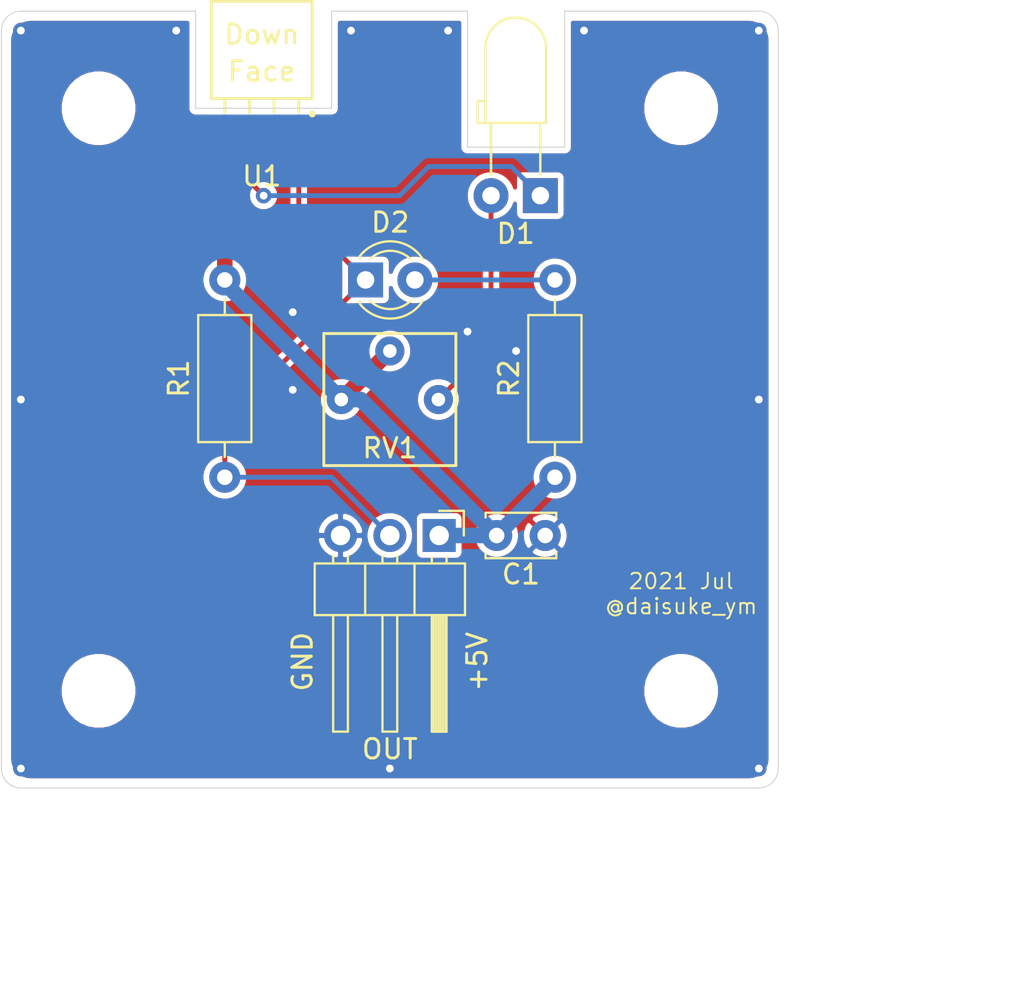
<source format=kicad_pcb>
(kicad_pcb (version 20171130) (host pcbnew "(5.1.6)-1")

  (general
    (thickness 1.6)
    (drawings 29)
    (tracks 39)
    (zones 0)
    (modules 12)
    (nets 7)
  )

  (page A4)
  (layers
    (0 F.Cu signal)
    (31 B.Cu signal)
    (32 B.Adhes user)
    (33 F.Adhes user)
    (34 B.Paste user)
    (35 F.Paste user)
    (36 B.SilkS user)
    (37 F.SilkS user)
    (38 B.Mask user)
    (39 F.Mask user)
    (40 Dwgs.User user)
    (41 Cmts.User user)
    (42 Eco1.User user hide)
    (43 Eco2.User user hide)
    (44 Edge.Cuts user)
    (45 Margin user)
    (46 B.CrtYd user)
    (47 F.CrtYd user)
    (48 B.Fab user)
    (49 F.Fab user)
  )

  (setup
    (last_trace_width 0.25)
    (trace_clearance 0.2)
    (zone_clearance 0.5)
    (zone_45_only no)
    (trace_min 0.2)
    (via_size 0.8)
    (via_drill 0.4)
    (via_min_size 0.4)
    (via_min_drill 0.3)
    (user_via 0.8 0.4)
    (uvia_size 0.3)
    (uvia_drill 0.1)
    (uvias_allowed no)
    (uvia_min_size 0.2)
    (uvia_min_drill 0.1)
    (edge_width 0.05)
    (segment_width 0.2)
    (pcb_text_width 0.3)
    (pcb_text_size 1.5 1.5)
    (mod_edge_width 0.12)
    (mod_text_size 1 1)
    (mod_text_width 0.15)
    (pad_size 1.524 1.524)
    (pad_drill 0.762)
    (pad_to_mask_clearance 0.05)
    (aux_axis_origin 130 120)
    (grid_origin 150 100)
    (visible_elements 7FFDFF7F)
    (pcbplotparams
      (layerselection 0x010f0_ffffffff)
      (usegerberextensions true)
      (usegerberattributes false)
      (usegerberadvancedattributes true)
      (creategerberjobfile false)
      (excludeedgelayer true)
      (linewidth 0.100000)
      (plotframeref false)
      (viasonmask false)
      (mode 1)
      (useauxorigin true)
      (hpglpennumber 1)
      (hpglpenspeed 20)
      (hpglpendiameter 15.000000)
      (psnegative false)
      (psa4output false)
      (plotreference true)
      (plotvalue false)
      (plotinvisibletext false)
      (padsonsilk false)
      (subtractmaskfromsilk false)
      (outputformat 1)
      (mirror false)
      (drillshape 0)
      (scaleselection 1)
      (outputdirectory "gerber/"))
  )

  (net 0 "")
  (net 1 +5V)
  (net 2 GND)
  (net 3 "Net-(D1-Pad2)")
  (net 4 "Net-(D2-Pad2)")
  (net 5 /WS1)
  (net 6 "Net-(D1-Pad1)")

  (net_class Default "This is the default net class."
    (clearance 0.2)
    (trace_width 0.25)
    (via_dia 0.8)
    (via_drill 0.4)
    (uvia_dia 0.3)
    (uvia_drill 0.1)
    (add_net /WS1)
    (add_net GND)
    (add_net "Net-(D1-Pad1)")
    (add_net "Net-(D1-Pad2)")
    (add_net "Net-(D2-Pad2)")
  )

  (net_class IrLED ""
    (clearance 0.2)
    (trace_width 0.5)
    (via_dia 1)
    (via_drill 0.5)
    (uvia_dia 0.3)
    (uvia_drill 0.1)
  )

  (net_class Power ""
    (clearance 0.2)
    (trace_width 0.8)
    (via_dia 1.2)
    (via_drill 0.7)
    (uvia_dia 0.3)
    (uvia_drill 0.1)
    (add_net +5V)
  )

  (module MountingHole:MountingHole_3.2mm_M3 locked (layer F.Cu) (tedit 56D1B4CB) (tstamp 5F962789)
    (at 165 115)
    (descr "Mounting Hole 3.2mm, no annular, M3")
    (tags "mounting hole 3.2mm no annular m3")
    (attr virtual)
    (fp_text reference MH6 (at 0 -4.2) (layer F.SilkS) hide
      (effects (font (size 1 1) (thickness 0.15)))
    )
    (fp_text value MountingHole_3.2mm_M3 (at 0 4.2) (layer F.Fab)
      (effects (font (size 1 1) (thickness 0.15)))
    )
    (fp_circle (center 0 0) (end 3.2 0) (layer Cmts.User) (width 0.15))
    (fp_circle (center 0 0) (end 3.45 0) (layer F.CrtYd) (width 0.05))
    (fp_text user %R (at 0.3 0) (layer F.Fab)
      (effects (font (size 1 1) (thickness 0.15)))
    )
    (pad 1 np_thru_hole circle (at 0 0) (size 3.2 3.2) (drill 3.2) (layers *.Cu *.Mask))
  )

  (module MountingHole:MountingHole_3.2mm_M3 locked (layer F.Cu) (tedit 56D1B4CB) (tstamp 60FEC5AF)
    (at 135 115)
    (descr "Mounting Hole 3.2mm, no annular, M3")
    (tags "mounting hole 3.2mm no annular m3")
    (attr virtual)
    (fp_text reference MH3 (at 0 -4.2) (layer F.SilkS) hide
      (effects (font (size 1 1) (thickness 0.15)))
    )
    (fp_text value MountingHole_3.2mm_M3 (at 0 4.2) (layer F.Fab)
      (effects (font (size 1 1) (thickness 0.15)))
    )
    (fp_circle (center 0 0) (end 3.45 0) (layer F.CrtYd) (width 0.05))
    (fp_circle (center 0 0) (end 3.2 0) (layer Cmts.User) (width 0.15))
    (fp_text user %R (at 0.3 0) (layer F.Fab)
      (effects (font (size 1 1) (thickness 0.15)))
    )
    (pad 1 np_thru_hole circle (at 0 0) (size 3.2 3.2) (drill 3.2) (layers *.Cu *.Mask))
  )

  (module MountingHole:MountingHole_3.2mm_M3 locked (layer F.Cu) (tedit 56D1B4CB) (tstamp 60FEC57C)
    (at 165 85)
    (descr "Mounting Hole 3.2mm, no annular, M3")
    (tags "mounting hole 3.2mm no annular m3")
    (attr virtual)
    (fp_text reference MH2 (at 0 -4.2) (layer F.SilkS) hide
      (effects (font (size 1 1) (thickness 0.15)))
    )
    (fp_text value MountingHole_3.2mm_M3 (at 0 4.2) (layer F.Fab)
      (effects (font (size 1 1) (thickness 0.15)))
    )
    (fp_circle (center 0 0) (end 3.2 0) (layer Cmts.User) (width 0.15))
    (fp_circle (center 0 0) (end 3.45 0) (layer F.CrtYd) (width 0.05))
    (fp_text user %R (at 0.3 0) (layer F.Fab)
      (effects (font (size 1 1) (thickness 0.15)))
    )
    (pad 1 np_thru_hole circle (at 0 0) (size 3.2 3.2) (drill 3.2) (layers *.Cu *.Mask))
  )

  (module MountingHole:MountingHole_3.2mm_M3 locked (layer F.Cu) (tedit 56D1B4CB) (tstamp 5F96270F)
    (at 135 85)
    (descr "Mounting Hole 3.2mm, no annular, M3")
    (tags "mounting hole 3.2mm no annular m3")
    (attr virtual)
    (fp_text reference MH1 (at 0 -4.2) (layer F.SilkS) hide
      (effects (font (size 1 1) (thickness 0.15)))
    )
    (fp_text value MountingHole_3.2mm_M3 (at 0 4.2) (layer F.Fab) hide
      (effects (font (size 1 1) (thickness 0.15)))
    )
    (fp_circle (center 0 0) (end 3.45 0) (layer F.CrtYd) (width 0.05))
    (fp_circle (center 0 0) (end 3.2 0) (layer Cmts.User) (width 0.15))
    (fp_text user %R (at 0.3 0) (layer F.Fab)
      (effects (font (size 1 1) (thickness 0.15)))
    )
    (pad 1 np_thru_hole circle (at 0 0) (size 3.2 3.2) (drill 3.2) (layers *.Cu *.Mask))
  )

  (module Capacitor_THT:C_Disc_D3.4mm_W2.1mm_P2.50mm (layer F.Cu) (tedit 5AE50EF0) (tstamp 60FFB19D)
    (at 155.5 107)
    (descr "C, Disc series, Radial, pin pitch=2.50mm, , diameter*width=3.4*2.1mm^2, Capacitor, http://www.vishay.com/docs/45233/krseries.pdf")
    (tags "C Disc series Radial pin pitch 2.50mm  diameter 3.4mm width 2.1mm Capacitor")
    (path /5F9EB34C)
    (fp_text reference C1 (at 1.25 2) (layer F.SilkS)
      (effects (font (size 1 1) (thickness 0.15)))
    )
    (fp_text value 0.1u (at 1.25 2.3) (layer F.Fab)
      (effects (font (size 1 1) (thickness 0.15)))
    )
    (fp_line (start -0.45 -1.05) (end -0.45 1.05) (layer F.Fab) (width 0.1))
    (fp_line (start -0.45 1.05) (end 2.95 1.05) (layer F.Fab) (width 0.1))
    (fp_line (start 2.95 1.05) (end 2.95 -1.05) (layer F.Fab) (width 0.1))
    (fp_line (start 2.95 -1.05) (end -0.45 -1.05) (layer F.Fab) (width 0.1))
    (fp_line (start -0.57 -1.17) (end 3.07 -1.17) (layer F.SilkS) (width 0.12))
    (fp_line (start -0.57 1.17) (end 3.07 1.17) (layer F.SilkS) (width 0.12))
    (fp_line (start -0.57 -1.17) (end -0.57 -0.925) (layer F.SilkS) (width 0.12))
    (fp_line (start -0.57 0.925) (end -0.57 1.17) (layer F.SilkS) (width 0.12))
    (fp_line (start 3.07 -1.17) (end 3.07 -0.925) (layer F.SilkS) (width 0.12))
    (fp_line (start 3.07 0.925) (end 3.07 1.17) (layer F.SilkS) (width 0.12))
    (fp_line (start -1.05 -1.3) (end -1.05 1.3) (layer F.CrtYd) (width 0.05))
    (fp_line (start -1.05 1.3) (end 3.55 1.3) (layer F.CrtYd) (width 0.05))
    (fp_line (start 3.55 1.3) (end 3.55 -1.3) (layer F.CrtYd) (width 0.05))
    (fp_line (start 3.55 -1.3) (end -1.05 -1.3) (layer F.CrtYd) (width 0.05))
    (fp_text user %R (at 1.25 0) (layer F.Fab)
      (effects (font (size 0.68 0.68) (thickness 0.102)))
    )
    (pad 1 thru_hole circle (at 0 0) (size 1.6 1.6) (drill 0.8) (layers *.Cu *.Mask)
      (net 1 +5V))
    (pad 2 thru_hole circle (at 2.5 0) (size 1.6 1.6) (drill 0.8) (layers *.Cu *.Mask)
      (net 2 GND))
    (model ${KISYS3DMOD}/Capacitor_THT.3dshapes/C_Disc_D3.4mm_W2.1mm_P2.50mm.wrl
      (at (xyz 0 0 0))
      (scale (xyz 1 1 1))
      (rotate (xyz 0 0 0))
    )
  )

  (module LED_THT:LED_D3.0mm_Horizontal_O3.81mm_Z6.0mm (layer F.Cu) (tedit 5880A862) (tstamp 60FFB1C7)
    (at 157.75 89.5 180)
    (descr "LED, diameter 3.0mm z-position of LED center 2.0mm, 2 pins, diameter 3.0mm z-position of LED center 2.0mm, 2 pins, diameter 3.0mm z-position of LED center 2.0mm, 2 pins, diameter 3.0mm z-position of LED center 6.0mm, 2 pins, diameter 3.0mm z-position of LED center 6.0mm, 2 pins")
    (tags "LED diameter 3.0mm z-position of LED center 2.0mm 2 pins diameter 3.0mm z-position of LED center 2.0mm 2 pins diameter 3.0mm z-position of LED center 2.0mm 2 pins diameter 3.0mm z-position of LED center 6.0mm 2 pins diameter 3.0mm z-position of LED center 6.0mm 2 pins")
    (path /5F96A99A)
    (fp_text reference D1 (at 1.27 -1.96) (layer F.SilkS)
      (effects (font (size 1 1) (thickness 0.15)))
    )
    (fp_text value "IR LED" (at 1.27 10.17) (layer F.Fab)
      (effects (font (size 1 1) (thickness 0.15)))
    )
    (fp_line (start -0.23 3.81) (end -0.23 7.61) (layer F.Fab) (width 0.1))
    (fp_line (start 2.77 3.81) (end 2.77 7.61) (layer F.Fab) (width 0.1))
    (fp_line (start -0.23 3.81) (end 2.77 3.81) (layer F.Fab) (width 0.1))
    (fp_line (start 3.17 3.81) (end 3.17 4.81) (layer F.Fab) (width 0.1))
    (fp_line (start 3.17 4.81) (end 2.77 4.81) (layer F.Fab) (width 0.1))
    (fp_line (start 2.77 4.81) (end 2.77 3.81) (layer F.Fab) (width 0.1))
    (fp_line (start 2.77 3.81) (end 3.17 3.81) (layer F.Fab) (width 0.1))
    (fp_line (start 0 0) (end 0 3.81) (layer F.Fab) (width 0.1))
    (fp_line (start 0 3.81) (end 0 3.81) (layer F.Fab) (width 0.1))
    (fp_line (start 0 3.81) (end 0 0) (layer F.Fab) (width 0.1))
    (fp_line (start 0 0) (end 0 0) (layer F.Fab) (width 0.1))
    (fp_line (start 2.54 0) (end 2.54 3.81) (layer F.Fab) (width 0.1))
    (fp_line (start 2.54 3.81) (end 2.54 3.81) (layer F.Fab) (width 0.1))
    (fp_line (start 2.54 3.81) (end 2.54 0) (layer F.Fab) (width 0.1))
    (fp_line (start 2.54 0) (end 2.54 0) (layer F.Fab) (width 0.1))
    (fp_line (start -0.29 3.75) (end -0.29 7.61) (layer F.SilkS) (width 0.12))
    (fp_line (start 2.83 3.75) (end 2.83 7.61) (layer F.SilkS) (width 0.12))
    (fp_line (start -0.29 3.75) (end 2.83 3.75) (layer F.SilkS) (width 0.12))
    (fp_line (start 3.23 3.75) (end 3.23 4.87) (layer F.SilkS) (width 0.12))
    (fp_line (start 3.23 4.87) (end 2.83 4.87) (layer F.SilkS) (width 0.12))
    (fp_line (start 2.83 4.87) (end 2.83 3.75) (layer F.SilkS) (width 0.12))
    (fp_line (start 2.83 3.75) (end 3.23 3.75) (layer F.SilkS) (width 0.12))
    (fp_line (start 0 1.08) (end 0 3.75) (layer F.SilkS) (width 0.12))
    (fp_line (start 0 3.75) (end 0 3.75) (layer F.SilkS) (width 0.12))
    (fp_line (start 0 3.75) (end 0 1.08) (layer F.SilkS) (width 0.12))
    (fp_line (start 0 1.08) (end 0 1.08) (layer F.SilkS) (width 0.12))
    (fp_line (start 2.54 1.08) (end 2.54 3.75) (layer F.SilkS) (width 0.12))
    (fp_line (start 2.54 3.75) (end 2.54 3.75) (layer F.SilkS) (width 0.12))
    (fp_line (start 2.54 3.75) (end 2.54 1.08) (layer F.SilkS) (width 0.12))
    (fp_line (start 2.54 1.08) (end 2.54 1.08) (layer F.SilkS) (width 0.12))
    (fp_line (start -1.25 -1.25) (end -1.25 9.45) (layer F.CrtYd) (width 0.05))
    (fp_line (start -1.25 9.45) (end 3.75 9.45) (layer F.CrtYd) (width 0.05))
    (fp_line (start 3.75 9.45) (end 3.75 -1.25) (layer F.CrtYd) (width 0.05))
    (fp_line (start 3.75 -1.25) (end -1.25 -1.25) (layer F.CrtYd) (width 0.05))
    (fp_arc (start 1.27 7.61) (end -0.23 7.61) (angle -180) (layer F.Fab) (width 0.1))
    (fp_arc (start 1.27 7.61) (end -0.29 7.61) (angle -180) (layer F.SilkS) (width 0.12))
    (pad 1 thru_hole rect (at 0 0 180) (size 1.8 1.8) (drill 0.9) (layers *.Cu *.Mask)
      (net 6 "Net-(D1-Pad1)"))
    (pad 2 thru_hole circle (at 2.54 0 180) (size 1.8 1.8) (drill 0.9) (layers *.Cu *.Mask)
      (net 3 "Net-(D1-Pad2)"))
    (model ${KISYS3DMOD}/LED_THT.3dshapes/LED_D3.0mm_Horizontal_O3.81mm_Z6.0mm.wrl
      (at (xyz 0 0 0))
      (scale (xyz 1 1 1))
      (rotate (xyz 0 0 0))
    )
  )

  (module LED_THT:LED_D3.0mm_Clear (layer F.Cu) (tedit 5A6C9BC0) (tstamp 60FFB1DB)
    (at 148.75 93.84)
    (descr "IR-LED, diameter 3.0mm, 2 pins, color: clear")
    (tags "IR infrared LED diameter 3.0mm 2 pins clear")
    (path /5F96A994)
    (fp_text reference D2 (at 1.27 -2.96) (layer F.SilkS)
      (effects (font (size 1 1) (thickness 0.15)))
    )
    (fp_text value YELLOW (at 1.27 2.96) (layer F.Fab)
      (effects (font (size 1 1) (thickness 0.15)))
    )
    (fp_line (start -0.23 -1.16619) (end -0.23 1.16619) (layer F.Fab) (width 0.1))
    (fp_line (start -0.29 -1.236) (end -0.29 -1.08) (layer F.SilkS) (width 0.12))
    (fp_line (start -0.29 1.08) (end -0.29 1.236) (layer F.SilkS) (width 0.12))
    (fp_line (start -1.15 -2.25) (end -1.15 2.25) (layer F.CrtYd) (width 0.05))
    (fp_line (start -1.15 2.25) (end 3.7 2.25) (layer F.CrtYd) (width 0.05))
    (fp_line (start 3.7 2.25) (end 3.7 -2.25) (layer F.CrtYd) (width 0.05))
    (fp_line (start 3.7 -2.25) (end -1.15 -2.25) (layer F.CrtYd) (width 0.05))
    (fp_circle (center 1.27 0) (end 2.77 0) (layer F.Fab) (width 0.1))
    (fp_text user %R (at 1.47 0) (layer F.Fab)
      (effects (font (size 0.8 0.8) (thickness 0.12)))
    )
    (fp_arc (start 1.27 0) (end -0.23 -1.16619) (angle 284.3) (layer F.Fab) (width 0.1))
    (fp_arc (start 1.27 0) (end -0.29 -1.235516) (angle 108.8) (layer F.SilkS) (width 0.12))
    (fp_arc (start 1.27 0) (end -0.29 1.235516) (angle -108.8) (layer F.SilkS) (width 0.12))
    (fp_arc (start 1.27 0) (end 0.229039 -1.08) (angle 87.9) (layer F.SilkS) (width 0.12))
    (fp_arc (start 1.27 0) (end 0.229039 1.08) (angle -87.9) (layer F.SilkS) (width 0.12))
    (pad 1 thru_hole rect (at 0 0) (size 1.8 1.8) (drill 0.9) (layers *.Cu *.Mask)
      (net 5 /WS1))
    (pad 2 thru_hole circle (at 2.54 0) (size 1.8 1.8) (drill 0.9) (layers *.Cu *.Mask)
      (net 4 "Net-(D2-Pad2)"))
    (model ${KISYS3DMOD}/LED_THT.3dshapes/LED_D3.0mm_Clear.wrl
      (at (xyz 0 0 0))
      (scale (xyz 1 1 1))
      (rotate (xyz 0 0 0))
    )
  )

  (module Connector_PinHeader_2.54mm:PinHeader_1x03_P2.54mm_Horizontal (layer F.Cu) (tedit 59FED5CB) (tstamp 60FFB21B)
    (at 152.54 107 270)
    (descr "Through hole angled pin header, 1x03, 2.54mm pitch, 6mm pin length, single row")
    (tags "Through hole angled pin header THT 1x03 2.54mm single row")
    (path /60FFBC93)
    (fp_text reference J1 (at 4.385 -2.27 90) (layer F.SilkS) hide
      (effects (font (size 1 1) (thickness 0.15)))
    )
    (fp_text value Conn_01x03 (at 4.385 7.35 90) (layer F.Fab)
      (effects (font (size 1 1) (thickness 0.15)))
    )
    (fp_line (start 2.135 -1.27) (end 4.04 -1.27) (layer F.Fab) (width 0.1))
    (fp_line (start 4.04 -1.27) (end 4.04 6.35) (layer F.Fab) (width 0.1))
    (fp_line (start 4.04 6.35) (end 1.5 6.35) (layer F.Fab) (width 0.1))
    (fp_line (start 1.5 6.35) (end 1.5 -0.635) (layer F.Fab) (width 0.1))
    (fp_line (start 1.5 -0.635) (end 2.135 -1.27) (layer F.Fab) (width 0.1))
    (fp_line (start -0.32 -0.32) (end 1.5 -0.32) (layer F.Fab) (width 0.1))
    (fp_line (start -0.32 -0.32) (end -0.32 0.32) (layer F.Fab) (width 0.1))
    (fp_line (start -0.32 0.32) (end 1.5 0.32) (layer F.Fab) (width 0.1))
    (fp_line (start 4.04 -0.32) (end 10.04 -0.32) (layer F.Fab) (width 0.1))
    (fp_line (start 10.04 -0.32) (end 10.04 0.32) (layer F.Fab) (width 0.1))
    (fp_line (start 4.04 0.32) (end 10.04 0.32) (layer F.Fab) (width 0.1))
    (fp_line (start -0.32 2.22) (end 1.5 2.22) (layer F.Fab) (width 0.1))
    (fp_line (start -0.32 2.22) (end -0.32 2.86) (layer F.Fab) (width 0.1))
    (fp_line (start -0.32 2.86) (end 1.5 2.86) (layer F.Fab) (width 0.1))
    (fp_line (start 4.04 2.22) (end 10.04 2.22) (layer F.Fab) (width 0.1))
    (fp_line (start 10.04 2.22) (end 10.04 2.86) (layer F.Fab) (width 0.1))
    (fp_line (start 4.04 2.86) (end 10.04 2.86) (layer F.Fab) (width 0.1))
    (fp_line (start -0.32 4.76) (end 1.5 4.76) (layer F.Fab) (width 0.1))
    (fp_line (start -0.32 4.76) (end -0.32 5.4) (layer F.Fab) (width 0.1))
    (fp_line (start -0.32 5.4) (end 1.5 5.4) (layer F.Fab) (width 0.1))
    (fp_line (start 4.04 4.76) (end 10.04 4.76) (layer F.Fab) (width 0.1))
    (fp_line (start 10.04 4.76) (end 10.04 5.4) (layer F.Fab) (width 0.1))
    (fp_line (start 4.04 5.4) (end 10.04 5.4) (layer F.Fab) (width 0.1))
    (fp_line (start 1.44 -1.33) (end 1.44 6.41) (layer F.SilkS) (width 0.12))
    (fp_line (start 1.44 6.41) (end 4.1 6.41) (layer F.SilkS) (width 0.12))
    (fp_line (start 4.1 6.41) (end 4.1 -1.33) (layer F.SilkS) (width 0.12))
    (fp_line (start 4.1 -1.33) (end 1.44 -1.33) (layer F.SilkS) (width 0.12))
    (fp_line (start 4.1 -0.38) (end 10.1 -0.38) (layer F.SilkS) (width 0.12))
    (fp_line (start 10.1 -0.38) (end 10.1 0.38) (layer F.SilkS) (width 0.12))
    (fp_line (start 10.1 0.38) (end 4.1 0.38) (layer F.SilkS) (width 0.12))
    (fp_line (start 4.1 -0.32) (end 10.1 -0.32) (layer F.SilkS) (width 0.12))
    (fp_line (start 4.1 -0.2) (end 10.1 -0.2) (layer F.SilkS) (width 0.12))
    (fp_line (start 4.1 -0.08) (end 10.1 -0.08) (layer F.SilkS) (width 0.12))
    (fp_line (start 4.1 0.04) (end 10.1 0.04) (layer F.SilkS) (width 0.12))
    (fp_line (start 4.1 0.16) (end 10.1 0.16) (layer F.SilkS) (width 0.12))
    (fp_line (start 4.1 0.28) (end 10.1 0.28) (layer F.SilkS) (width 0.12))
    (fp_line (start 1.11 -0.38) (end 1.44 -0.38) (layer F.SilkS) (width 0.12))
    (fp_line (start 1.11 0.38) (end 1.44 0.38) (layer F.SilkS) (width 0.12))
    (fp_line (start 1.44 1.27) (end 4.1 1.27) (layer F.SilkS) (width 0.12))
    (fp_line (start 4.1 2.16) (end 10.1 2.16) (layer F.SilkS) (width 0.12))
    (fp_line (start 10.1 2.16) (end 10.1 2.92) (layer F.SilkS) (width 0.12))
    (fp_line (start 10.1 2.92) (end 4.1 2.92) (layer F.SilkS) (width 0.12))
    (fp_line (start 1.042929 2.16) (end 1.44 2.16) (layer F.SilkS) (width 0.12))
    (fp_line (start 1.042929 2.92) (end 1.44 2.92) (layer F.SilkS) (width 0.12))
    (fp_line (start 1.44 3.81) (end 4.1 3.81) (layer F.SilkS) (width 0.12))
    (fp_line (start 4.1 4.7) (end 10.1 4.7) (layer F.SilkS) (width 0.12))
    (fp_line (start 10.1 4.7) (end 10.1 5.46) (layer F.SilkS) (width 0.12))
    (fp_line (start 10.1 5.46) (end 4.1 5.46) (layer F.SilkS) (width 0.12))
    (fp_line (start 1.042929 4.7) (end 1.44 4.7) (layer F.SilkS) (width 0.12))
    (fp_line (start 1.042929 5.46) (end 1.44 5.46) (layer F.SilkS) (width 0.12))
    (fp_line (start -1.27 0) (end -1.27 -1.27) (layer F.SilkS) (width 0.12))
    (fp_line (start -1.27 -1.27) (end 0 -1.27) (layer F.SilkS) (width 0.12))
    (fp_line (start -1.8 -1.8) (end -1.8 6.85) (layer F.CrtYd) (width 0.05))
    (fp_line (start -1.8 6.85) (end 10.55 6.85) (layer F.CrtYd) (width 0.05))
    (fp_line (start 10.55 6.85) (end 10.55 -1.8) (layer F.CrtYd) (width 0.05))
    (fp_line (start 10.55 -1.8) (end -1.8 -1.8) (layer F.CrtYd) (width 0.05))
    (fp_text user %R (at 2.77 2.54) (layer F.Fab)
      (effects (font (size 1 1) (thickness 0.15)))
    )
    (pad 1 thru_hole rect (at 0 0 270) (size 1.7 1.7) (drill 1) (layers *.Cu *.Mask)
      (net 1 +5V))
    (pad 2 thru_hole oval (at 0 2.54 270) (size 1.7 1.7) (drill 1) (layers *.Cu *.Mask)
      (net 5 /WS1))
    (pad 3 thru_hole oval (at 0 5.08 270) (size 1.7 1.7) (drill 1) (layers *.Cu *.Mask)
      (net 2 GND))
    (model ${KISYS3DMOD}/Connector_PinHeader_2.54mm.3dshapes/PinHeader_1x03_P2.54mm_Horizontal.wrl
      (at (xyz 0 0 0))
      (scale (xyz 1 1 1))
      (rotate (xyz 0 0 0))
    )
  )

  (module Resistor_THT:R_Axial_DIN0207_L6.3mm_D2.5mm_P10.16mm_Horizontal (layer F.Cu) (tedit 5AE5139B) (tstamp 60FFB232)
    (at 141.5 104 90)
    (descr "Resistor, Axial_DIN0207 series, Axial, Horizontal, pin pitch=10.16mm, 0.25W = 1/4W, length*diameter=6.3*2.5mm^2, http://cdn-reichelt.de/documents/datenblatt/B400/1_4W%23YAG.pdf")
    (tags "Resistor Axial_DIN0207 series Axial Horizontal pin pitch 10.16mm 0.25W = 1/4W length 6.3mm diameter 2.5mm")
    (path /60FF9DF5)
    (fp_text reference R1 (at 5.08 -2.37 90) (layer F.SilkS)
      (effects (font (size 1 1) (thickness 0.15)))
    )
    (fp_text value 10k (at 5.08 2.37 90) (layer F.Fab)
      (effects (font (size 1 1) (thickness 0.15)))
    )
    (fp_line (start 11.21 -1.5) (end -1.05 -1.5) (layer F.CrtYd) (width 0.05))
    (fp_line (start 11.21 1.5) (end 11.21 -1.5) (layer F.CrtYd) (width 0.05))
    (fp_line (start -1.05 1.5) (end 11.21 1.5) (layer F.CrtYd) (width 0.05))
    (fp_line (start -1.05 -1.5) (end -1.05 1.5) (layer F.CrtYd) (width 0.05))
    (fp_line (start 9.12 0) (end 8.35 0) (layer F.SilkS) (width 0.12))
    (fp_line (start 1.04 0) (end 1.81 0) (layer F.SilkS) (width 0.12))
    (fp_line (start 8.35 -1.37) (end 1.81 -1.37) (layer F.SilkS) (width 0.12))
    (fp_line (start 8.35 1.37) (end 8.35 -1.37) (layer F.SilkS) (width 0.12))
    (fp_line (start 1.81 1.37) (end 8.35 1.37) (layer F.SilkS) (width 0.12))
    (fp_line (start 1.81 -1.37) (end 1.81 1.37) (layer F.SilkS) (width 0.12))
    (fp_line (start 10.16 0) (end 8.23 0) (layer F.Fab) (width 0.1))
    (fp_line (start 0 0) (end 1.93 0) (layer F.Fab) (width 0.1))
    (fp_line (start 8.23 -1.25) (end 1.93 -1.25) (layer F.Fab) (width 0.1))
    (fp_line (start 8.23 1.25) (end 8.23 -1.25) (layer F.Fab) (width 0.1))
    (fp_line (start 1.93 1.25) (end 8.23 1.25) (layer F.Fab) (width 0.1))
    (fp_line (start 1.93 -1.25) (end 1.93 1.25) (layer F.Fab) (width 0.1))
    (fp_text user %R (at 5.08 0 90) (layer F.Fab)
      (effects (font (size 1 1) (thickness 0.15)))
    )
    (pad 2 thru_hole oval (at 10.16 0 90) (size 1.6 1.6) (drill 0.8) (layers *.Cu *.Mask)
      (net 1 +5V))
    (pad 1 thru_hole circle (at 0 0 90) (size 1.6 1.6) (drill 0.8) (layers *.Cu *.Mask)
      (net 5 /WS1))
    (model ${KISYS3DMOD}/Resistor_THT.3dshapes/R_Axial_DIN0207_L6.3mm_D2.5mm_P10.16mm_Horizontal.wrl
      (at (xyz 0 0 0))
      (scale (xyz 1 1 1))
      (rotate (xyz 0 0 0))
    )
  )

  (module Resistor_THT:R_Axial_DIN0207_L6.3mm_D2.5mm_P10.16mm_Horizontal (layer F.Cu) (tedit 5AE5139B) (tstamp 60FFBB32)
    (at 158.5 104 90)
    (descr "Resistor, Axial_DIN0207 series, Axial, Horizontal, pin pitch=10.16mm, 0.25W = 1/4W, length*diameter=6.3*2.5mm^2, http://cdn-reichelt.de/documents/datenblatt/B400/1_4W%23YAG.pdf")
    (tags "Resistor Axial_DIN0207 series Axial Horizontal pin pitch 10.16mm 0.25W = 1/4W length 6.3mm diameter 2.5mm")
    (path /5F96A98E)
    (fp_text reference R2 (at 5.08 -2.37 90) (layer F.SilkS)
      (effects (font (size 1 1) (thickness 0.15)))
    )
    (fp_text value 1k (at 5.08 2.37 90) (layer F.Fab)
      (effects (font (size 1 1) (thickness 0.15)))
    )
    (fp_line (start 1.93 -1.25) (end 1.93 1.25) (layer F.Fab) (width 0.1))
    (fp_line (start 1.93 1.25) (end 8.23 1.25) (layer F.Fab) (width 0.1))
    (fp_line (start 8.23 1.25) (end 8.23 -1.25) (layer F.Fab) (width 0.1))
    (fp_line (start 8.23 -1.25) (end 1.93 -1.25) (layer F.Fab) (width 0.1))
    (fp_line (start 0 0) (end 1.93 0) (layer F.Fab) (width 0.1))
    (fp_line (start 10.16 0) (end 8.23 0) (layer F.Fab) (width 0.1))
    (fp_line (start 1.81 -1.37) (end 1.81 1.37) (layer F.SilkS) (width 0.12))
    (fp_line (start 1.81 1.37) (end 8.35 1.37) (layer F.SilkS) (width 0.12))
    (fp_line (start 8.35 1.37) (end 8.35 -1.37) (layer F.SilkS) (width 0.12))
    (fp_line (start 8.35 -1.37) (end 1.81 -1.37) (layer F.SilkS) (width 0.12))
    (fp_line (start 1.04 0) (end 1.81 0) (layer F.SilkS) (width 0.12))
    (fp_line (start 9.12 0) (end 8.35 0) (layer F.SilkS) (width 0.12))
    (fp_line (start -1.05 -1.5) (end -1.05 1.5) (layer F.CrtYd) (width 0.05))
    (fp_line (start -1.05 1.5) (end 11.21 1.5) (layer F.CrtYd) (width 0.05))
    (fp_line (start 11.21 1.5) (end 11.21 -1.5) (layer F.CrtYd) (width 0.05))
    (fp_line (start 11.21 -1.5) (end -1.05 -1.5) (layer F.CrtYd) (width 0.05))
    (fp_text user %R (at 5.08 0 90) (layer F.Fab)
      (effects (font (size 1 1) (thickness 0.15)))
    )
    (pad 1 thru_hole circle (at 0 0 90) (size 1.6 1.6) (drill 0.8) (layers *.Cu *.Mask)
      (net 1 +5V))
    (pad 2 thru_hole oval (at 10.16 0 90) (size 1.6 1.6) (drill 0.8) (layers *.Cu *.Mask)
      (net 4 "Net-(D2-Pad2)"))
    (model ${KISYS3DMOD}/Resistor_THT.3dshapes/R_Axial_DIN0207_L6.3mm_D2.5mm_P10.16mm_Horizontal.wrl
      (at (xyz 0 0 0))
      (scale (xyz 1 1 1))
      (rotate (xyz 0 0 0))
    )
  )

  (module MyLib:GF063P1 (layer F.Cu) (tedit 60DEA0D2) (tstamp 60FFB254)
    (at 150 100)
    (path /5F96A9A6)
    (fp_text reference RV1 (at 0 2.5) (layer F.SilkS)
      (effects (font (size 1 1) (thickness 0.15)))
    )
    (fp_text value 4K7 (at 0 4.2) (layer F.Fab)
      (effects (font (size 1 1) (thickness 0.15)))
    )
    (fp_line (start 3.4 -3.4) (end -3.4 -3.4) (layer F.SilkS) (width 0.15))
    (fp_line (start 3.4 3.4) (end 3.4 -3.4) (layer F.SilkS) (width 0.15))
    (fp_line (start -3.4 3.4) (end 3.4 3.4) (layer F.SilkS) (width 0.15))
    (fp_line (start -3.4 -3.4) (end -3.4 3.4) (layer F.SilkS) (width 0.15))
    (pad 1 thru_hole circle (at -2.5 0) (size 1.5 1.5) (drill 0.7) (layers *.Cu *.Mask)
      (net 1 +5V))
    (pad 2 thru_hole circle (at 0 -2.5) (size 1.5 1.5) (drill 0.7) (layers *.Cu *.Mask)
      (net 1 +5V))
    (pad 3 thru_hole circle (at 2.5 0) (size 1.5 1.5) (drill 0.7) (layers *.Cu *.Mask)
      (net 3 "Net-(D1-Pad2)"))
  )

  (module MyLib:S6809_Horizontal_Facedown (layer F.Cu) (tedit 5F90F51E) (tstamp 60FFB267)
    (at 143.405 86.5 180)
    (path /60FF8A57)
    (fp_text reference U1 (at 0 -2) (layer F.SilkS)
      (effects (font (size 1 1) (thickness 0.15)))
    )
    (fp_text value S6809 (at 0 -4) (layer F.Fab)
      (effects (font (size 1 1) (thickness 0.15)))
    )
    (fp_circle (center -2.6 1.2) (end -2.6 1.3) (layer F.SilkS) (width 0.15))
    (fp_line (start -1.905 1.27) (end -1.905 2) (layer F.SilkS) (width 0.15))
    (fp_line (start -0.635 1.27) (end -0.635 2) (layer F.SilkS) (width 0.15))
    (fp_line (start 0.635 1.27) (end 0.635 2) (layer F.SilkS) (width 0.15))
    (fp_line (start 1.905 1.27) (end 1.905 2) (layer F.SilkS) (width 0.15))
    (fp_line (start -2.6 2) (end 2.6 2) (layer F.SilkS) (width 0.15))
    (fp_line (start 2.6 2) (end 2.6 7) (layer F.SilkS) (width 0.15))
    (fp_line (start 2.6 7) (end -2.6 7) (layer F.SilkS) (width 0.15))
    (fp_line (start -2.6 7) (end -2.6 2) (layer F.SilkS) (width 0.15))
    (fp_text user Face (at 0 3.4) (layer F.SilkS)
      (effects (font (size 1 1) (thickness 0.15)))
    )
    (fp_text user Down (at 0 5.3) (layer F.SilkS)
      (effects (font (size 1 1) (thickness 0.15)))
    )
    (pad 1 smd rect (at -1.905 0 180) (size 1 2) (layers F.Cu F.Paste F.Mask)
      (net 5 /WS1))
    (pad 2 smd rect (at -0.635 0 180) (size 1 2) (layers F.Cu F.Paste F.Mask)
      (net 2 GND))
    (pad 3 smd rect (at 0.635 0 180) (size 1 2) (layers F.Cu F.Paste F.Mask)
      (net 6 "Net-(D1-Pad1)"))
    (pad 4 smd rect (at 1.905 0 180) (size 1 2) (layers F.Cu F.Paste F.Mask)
      (net 1 +5V))
  )

  (gr_text "2021 Jul\n@daisuke_ym" (at 165 110) (layer F.SilkS)
    (effects (font (size 0.8 0.8) (thickness 0.1)))
  )
  (gr_text OUT (at 150 118) (layer F.SilkS) (tstamp 60FFBBF1)
    (effects (font (size 1 1) (thickness 0.15)))
  )
  (gr_text GND (at 145.5 113.5 90) (layer F.SilkS) (tstamp 60FFBBEE)
    (effects (font (size 1 1) (thickness 0.15)))
  )
  (gr_text +5V (at 154.5 113.5 90) (layer F.SilkS)
    (effects (font (size 1 1) (thickness 0.15)))
  )
  (dimension 40 (width 0.15) (layer Dwgs.User)
    (gr_text "40.000 mm" (at 181.3 100 90) (layer Dwgs.User)
      (effects (font (size 1 1) (thickness 0.15)))
    )
    (feature1 (pts (xy 170 80) (xy 180.586421 80)))
    (feature2 (pts (xy 170 120) (xy 180.586421 120)))
    (crossbar (pts (xy 180 120) (xy 180 80)))
    (arrow1a (pts (xy 180 80) (xy 180.586421 81.126504)))
    (arrow1b (pts (xy 180 80) (xy 179.413579 81.126504)))
    (arrow2a (pts (xy 180 120) (xy 180.586421 118.873496)))
    (arrow2b (pts (xy 180 120) (xy 179.413579 118.873496)))
  )
  (dimension 40 (width 0.15) (layer Dwgs.User)
    (gr_text "40.000 mm" (at 150 131.3) (layer Dwgs.User)
      (effects (font (size 1 1) (thickness 0.15)))
    )
    (feature1 (pts (xy 170 120) (xy 170 130.586421)))
    (feature2 (pts (xy 130 120) (xy 130 130.586421)))
    (crossbar (pts (xy 130 130) (xy 170 130)))
    (arrow1a (pts (xy 170 130) (xy 168.873496 130.586421)))
    (arrow1b (pts (xy 170 130) (xy 168.873496 129.413579)))
    (arrow2a (pts (xy 130 130) (xy 131.126504 130.586421)))
    (arrow2b (pts (xy 130 130) (xy 131.126504 129.413579)))
  )
  (gr_line (start 169 120) (end 131 120) (layer Edge.Cuts) (width 0.05) (tstamp 60FEC61D))
  (gr_line (start 170 81) (end 170 119) (layer Edge.Cuts) (width 0.05) (tstamp 60FEC61C))
  (gr_line (start 159 80) (end 169 80) (layer Edge.Cuts) (width 0.05) (tstamp 60FEC61B))
  (gr_arc (start 169 81) (end 170 81) (angle -90) (layer Edge.Cuts) (width 0.05) (tstamp 60FEC60B))
  (gr_arc (start 169 119) (end 169 120) (angle -90) (layer Edge.Cuts) (width 0.05) (tstamp 60FEC60B))
  (gr_arc (start 131 119) (end 130 119) (angle -90) (layer Edge.Cuts) (width 0.05) (tstamp 60FEC60B))
  (gr_line (start 156.5 75) (end 156.5 91) (layer Eco1.User) (width 0.15))
  (gr_line (start 143.5 75) (end 143.5 91) (layer Eco1.User) (width 0.15))
  (gr_line (start 170 75) (end 170 110) (layer Eco1.User) (width 0.15))
  (gr_line (start 130 75) (end 130 110) (layer Eco1.User) (width 0.15))
  (gr_line (start 150 75) (end 150 110) (layer Eco1.User) (width 0.15))
  (gr_line (start 110 91) (end 190 91) (layer Eco1.User) (width 0.15))
  (gr_line (start 147 80) (end 154 80) (layer Edge.Cuts) (width 0.05) (tstamp 5F9662B0))
  (gr_arc (start 131 81) (end 131 80) (angle -90) (layer Edge.Cuts) (width 0.05))
  (gr_line (start 140 80) (end 131 80) (layer Edge.Cuts) (width 0.05))
  (gr_line (start 147 85) (end 147 80) (layer Edge.Cuts) (width 0.05))
  (gr_line (start 140 85) (end 147 85) (layer Edge.Cuts) (width 0.05))
  (gr_line (start 140 80) (end 140 85) (layer Edge.Cuts) (width 0.05))
  (gr_line (start 159 87) (end 159 80) (layer Edge.Cuts) (width 0.05))
  (gr_line (start 154 87) (end 159 87) (layer Edge.Cuts) (width 0.05))
  (gr_line (start 154 80) (end 154 87) (layer Edge.Cuts) (width 0.05))
  (gr_line (start 130 81) (end 130 119) (layer Edge.Cuts) (width 0.05) (tstamp 5F91706E))
  (gr_text "Grid Origin (150, 100)" (at 70 180) (layer Eco2.User)
    (effects (font (size 3 3) (thickness 0.15)))
  )

  (segment (start 152.54 107) (end 155.5 107) (width 0.8) (layer B.Cu) (net 1))
  (segment (start 155.5 107) (end 158.5 104) (width 0.8) (layer B.Cu) (net 1))
  (segment (start 148.5 100) (end 147.5 100) (width 0.8) (layer B.Cu) (net 1))
  (segment (start 155.5 107) (end 148.5 100) (width 0.8) (layer B.Cu) (net 1))
  (segment (start 141.5 94) (end 141.5 93.84) (width 0.8) (layer B.Cu) (net 1))
  (segment (start 147.5 100) (end 141.5 94) (width 0.8) (layer B.Cu) (net 1))
  (segment (start 147.5 100) (end 150 97.5) (width 0.8) (layer F.Cu) (net 1))
  (segment (start 141.5 93.84) (end 141.5 86.5) (width 0.8) (layer F.Cu) (net 1))
  (via (at 169 81) (size 0.8) (drill 0.4) (layers F.Cu B.Cu) (net 2))
  (via (at 131 81) (size 0.8) (drill 0.4) (layers F.Cu B.Cu) (net 2))
  (via (at 131 119) (size 0.8) (drill 0.4) (layers F.Cu B.Cu) (net 2))
  (via (at 169 119) (size 0.8) (drill 0.4) (layers F.Cu B.Cu) (net 2))
  (via (at 169 100) (size 0.8) (drill 0.4) (layers F.Cu B.Cu) (net 2))
  (via (at 131 100) (size 0.8) (drill 0.4) (layers F.Cu B.Cu) (net 2))
  (via (at 150 119) (size 0.8) (drill 0.4) (layers F.Cu B.Cu) (net 2))
  (via (at 153 81) (size 0.8) (drill 0.4) (layers F.Cu B.Cu) (net 2))
  (via (at 148 81) (size 0.8) (drill 0.4) (layers F.Cu B.Cu) (net 2))
  (via (at 139 81) (size 0.8) (drill 0.4) (layers F.Cu B.Cu) (net 2))
  (via (at 160 81) (size 0.8) (drill 0.4) (layers F.Cu B.Cu) (net 2))
  (via (at 145 99.5) (size 0.8) (drill 0.4) (layers F.Cu B.Cu) (net 2))
  (via (at 145 95.5) (size 0.8) (drill 0.4) (layers F.Cu B.Cu) (net 2))
  (via (at 154 96.5) (size 0.8) (drill 0.4) (layers F.Cu B.Cu) (net 2))
  (via (at 156.5 97.5) (size 0.8) (drill 0.4) (layers F.Cu B.Cu) (net 2))
  (segment (start 155.21 97.29) (end 155.21 89.5) (width 0.25) (layer F.Cu) (net 3))
  (segment (start 152.5 100) (end 155.21 97.29) (width 0.25) (layer F.Cu) (net 3))
  (segment (start 158.5 93.84) (end 151.29 93.84) (width 0.25) (layer B.Cu) (net 4))
  (segment (start 141.5 101.09) (end 148.75 93.84) (width 0.25) (layer F.Cu) (net 5))
  (segment (start 141.5 104) (end 141.5 101.09) (width 0.25) (layer F.Cu) (net 5))
  (segment (start 145.31 90.4) (end 148.75 93.84) (width 0.25) (layer F.Cu) (net 5))
  (segment (start 145.31 86.5) (end 145.31 90.4) (width 0.25) (layer F.Cu) (net 5))
  (segment (start 147 104) (end 141.5 104) (width 0.25) (layer B.Cu) (net 5))
  (segment (start 150 107) (end 147 104) (width 0.25) (layer B.Cu) (net 5))
  (segment (start 150.5 89.5) (end 152 88) (width 0.25) (layer B.Cu) (net 6))
  (segment (start 143.5 89.5) (end 150.5 89.5) (width 0.25) (layer B.Cu) (net 6))
  (segment (start 142.77 86.5) (end 142.77 88.77) (width 0.25) (layer F.Cu) (net 6))
  (via (at 143.5 89.5) (size 0.8) (drill 0.4) (layers F.Cu B.Cu) (net 6))
  (segment (start 142.77 88.77) (end 143.5 89.5) (width 0.25) (layer F.Cu) (net 6))
  (segment (start 152 88) (end 156.25 88) (width 0.25) (layer B.Cu) (net 6))
  (segment (start 156.25 88) (end 157.75 89.5) (width 0.25) (layer B.Cu) (net 6))

  (zone (net 2) (net_name GND) (layer F.Cu) (tstamp 6103B8CB) (hatch edge 0.508)
    (connect_pads (clearance 0.3))
    (min_thickness 0.2)
    (fill yes (arc_segments 32) (thermal_gap 0.3) (thermal_bridge_width 0.25) (smoothing fillet) (radius 1))
    (polygon
      (pts
        (xy 169.5 119.5) (xy 130.5 119.5) (xy 130.5 80.5) (xy 169.5 80.5)
      )
    )
    (filled_polygon
      (pts
        (xy 139.575001 84.979116) (xy 139.572944 85) (xy 139.58115 85.083314) (xy 139.605452 85.163427) (xy 139.644916 85.23726)
        (xy 139.698026 85.301974) (xy 139.76274 85.355084) (xy 139.836573 85.394548) (xy 139.916686 85.41885) (xy 139.979126 85.425)
        (xy 140 85.427056) (xy 140.020874 85.425) (xy 140.605452 85.425) (xy 140.598065 85.5) (xy 140.598065 87.5)
        (xy 140.605788 87.578414) (xy 140.62866 87.653814) (xy 140.665803 87.723303) (xy 140.700001 87.764973) (xy 140.7 92.942944)
        (xy 140.567899 93.075045) (xy 140.436574 93.271587) (xy 140.346116 93.489973) (xy 140.3 93.72181) (xy 140.3 93.95819)
        (xy 140.346116 94.190027) (xy 140.436574 94.408413) (xy 140.567899 94.604955) (xy 140.735045 94.772101) (xy 140.931587 94.903426)
        (xy 141.149973 94.993884) (xy 141.38181 95.04) (xy 141.61819 95.04) (xy 141.850027 94.993884) (xy 142.068413 94.903426)
        (xy 142.264955 94.772101) (xy 142.432101 94.604955) (xy 142.563426 94.408413) (xy 142.653884 94.190027) (xy 142.7 93.95819)
        (xy 142.7 93.72181) (xy 142.653884 93.489973) (xy 142.563426 93.271587) (xy 142.432101 93.075045) (xy 142.3 92.942944)
        (xy 142.3 89.004401) (xy 142.330449 89.061367) (xy 142.331368 89.063086) (xy 142.396974 89.143027) (xy 142.417005 89.159466)
        (xy 142.7 89.442462) (xy 142.7 89.578793) (xy 142.730743 89.733351) (xy 142.791049 89.878942) (xy 142.878599 90.00997)
        (xy 142.99003 90.121401) (xy 143.121058 90.208951) (xy 143.266649 90.269257) (xy 143.421207 90.3) (xy 143.578793 90.3)
        (xy 143.733351 90.269257) (xy 143.878942 90.208951) (xy 144.00997 90.121401) (xy 144.121401 90.00997) (xy 144.208951 89.878942)
        (xy 144.269257 89.733351) (xy 144.3 89.578793) (xy 144.3 89.421207) (xy 144.269257 89.266649) (xy 144.208951 89.121058)
        (xy 144.121401 88.99003) (xy 144.00997 88.878599) (xy 143.878942 88.791049) (xy 143.733351 88.730743) (xy 143.578793 88.7)
        (xy 143.442462 88.7) (xy 143.295 88.552539) (xy 143.295 87.899473) (xy 143.348414 87.894212) (xy 143.405 87.877047)
        (xy 143.461586 87.894212) (xy 143.54 87.901935) (xy 143.915 87.9) (xy 144.015 87.8) (xy 144.015 86.525)
        (xy 143.995 86.525) (xy 143.995 86.475) (xy 144.015 86.475) (xy 144.015 86.455) (xy 144.065 86.455)
        (xy 144.065 86.475) (xy 144.085 86.475) (xy 144.085 86.525) (xy 144.065 86.525) (xy 144.065 87.8)
        (xy 144.165 87.9) (xy 144.54 87.901935) (xy 144.618414 87.894212) (xy 144.675 87.877047) (xy 144.731586 87.894212)
        (xy 144.785 87.899473) (xy 144.785001 90.37421) (xy 144.782461 90.4) (xy 144.792597 90.502917) (xy 144.822617 90.60188)
        (xy 144.822618 90.601881) (xy 144.871368 90.693086) (xy 144.936974 90.773027) (xy 144.957005 90.789466) (xy 147.448065 93.280527)
        (xy 147.448065 94.399473) (xy 141.147005 100.700534) (xy 141.126974 100.716973) (xy 141.110535 100.737004) (xy 141.061367 100.796915)
        (xy 141.012617 100.88812) (xy 140.982597 100.987083) (xy 140.972461 101.09) (xy 140.975001 101.11579) (xy 140.975 102.918592)
        (xy 140.931587 102.936574) (xy 140.735045 103.067899) (xy 140.567899 103.235045) (xy 140.436574 103.431587) (xy 140.346116 103.649973)
        (xy 140.3 103.88181) (xy 140.3 104.11819) (xy 140.346116 104.350027) (xy 140.436574 104.568413) (xy 140.567899 104.764955)
        (xy 140.735045 104.932101) (xy 140.931587 105.063426) (xy 141.149973 105.153884) (xy 141.38181 105.2) (xy 141.61819 105.2)
        (xy 141.850027 105.153884) (xy 142.068413 105.063426) (xy 142.264955 104.932101) (xy 142.432101 104.764955) (xy 142.563426 104.568413)
        (xy 142.653884 104.350027) (xy 142.7 104.11819) (xy 142.7 103.88181) (xy 157.3 103.88181) (xy 157.3 104.11819)
        (xy 157.346116 104.350027) (xy 157.436574 104.568413) (xy 157.567899 104.764955) (xy 157.735045 104.932101) (xy 157.931587 105.063426)
        (xy 158.149973 105.153884) (xy 158.38181 105.2) (xy 158.61819 105.2) (xy 158.850027 105.153884) (xy 159.068413 105.063426)
        (xy 159.264955 104.932101) (xy 159.432101 104.764955) (xy 159.563426 104.568413) (xy 159.653884 104.350027) (xy 159.7 104.11819)
        (xy 159.7 103.88181) (xy 159.653884 103.649973) (xy 159.563426 103.431587) (xy 159.432101 103.235045) (xy 159.264955 103.067899)
        (xy 159.068413 102.936574) (xy 158.850027 102.846116) (xy 158.61819 102.8) (xy 158.38181 102.8) (xy 158.149973 102.846116)
        (xy 157.931587 102.936574) (xy 157.735045 103.067899) (xy 157.567899 103.235045) (xy 157.436574 103.431587) (xy 157.346116 103.649973)
        (xy 157.3 103.88181) (xy 142.7 103.88181) (xy 142.653884 103.649973) (xy 142.563426 103.431587) (xy 142.432101 103.235045)
        (xy 142.264955 103.067899) (xy 142.068413 102.936574) (xy 142.025 102.918592) (xy 142.025 101.307461) (xy 143.445726 99.886735)
        (xy 146.35 99.886735) (xy 146.35 100.113265) (xy 146.394194 100.335443) (xy 146.480884 100.544729) (xy 146.606737 100.733082)
        (xy 146.766918 100.893263) (xy 146.955271 101.019116) (xy 147.164557 101.105806) (xy 147.386735 101.15) (xy 147.613265 101.15)
        (xy 147.835443 101.105806) (xy 148.044729 101.019116) (xy 148.233082 100.893263) (xy 148.393263 100.733082) (xy 148.519116 100.544729)
        (xy 148.605806 100.335443) (xy 148.65 100.113265) (xy 148.65 99.98137) (xy 148.744635 99.886735) (xy 151.35 99.886735)
        (xy 151.35 100.113265) (xy 151.394194 100.335443) (xy 151.480884 100.544729) (xy 151.606737 100.733082) (xy 151.766918 100.893263)
        (xy 151.955271 101.019116) (xy 152.164557 101.105806) (xy 152.386735 101.15) (xy 152.613265 101.15) (xy 152.835443 101.105806)
        (xy 153.044729 101.019116) (xy 153.233082 100.893263) (xy 153.393263 100.733082) (xy 153.519116 100.544729) (xy 153.605806 100.335443)
        (xy 153.65 100.113265) (xy 153.65 99.886735) (xy 153.605806 99.664557) (xy 153.597634 99.644828) (xy 155.563001 97.679462)
        (xy 155.583027 97.663027) (xy 155.599462 97.643001) (xy 155.599466 97.642997) (xy 155.623866 97.613265) (xy 155.648633 97.583086)
        (xy 155.697383 97.491881) (xy 155.727403 97.392918) (xy 155.735 97.315788) (xy 155.735 97.315787) (xy 155.73754 97.29)
        (xy 155.735 97.264212) (xy 155.735 93.72181) (xy 157.3 93.72181) (xy 157.3 93.95819) (xy 157.346116 94.190027)
        (xy 157.436574 94.408413) (xy 157.567899 94.604955) (xy 157.735045 94.772101) (xy 157.931587 94.903426) (xy 158.149973 94.993884)
        (xy 158.38181 95.04) (xy 158.61819 95.04) (xy 158.850027 94.993884) (xy 159.068413 94.903426) (xy 159.264955 94.772101)
        (xy 159.432101 94.604955) (xy 159.563426 94.408413) (xy 159.653884 94.190027) (xy 159.7 93.95819) (xy 159.7 93.72181)
        (xy 159.653884 93.489973) (xy 159.563426 93.271587) (xy 159.432101 93.075045) (xy 159.264955 92.907899) (xy 159.068413 92.776574)
        (xy 158.850027 92.686116) (xy 158.61819 92.64) (xy 158.38181 92.64) (xy 158.149973 92.686116) (xy 157.931587 92.776574)
        (xy 157.735045 92.907899) (xy 157.567899 93.075045) (xy 157.436574 93.271587) (xy 157.346116 93.489973) (xy 157.3 93.72181)
        (xy 155.735 93.72181) (xy 155.735 90.689648) (xy 155.825781 90.652045) (xy 156.038702 90.509776) (xy 156.219776 90.328702)
        (xy 156.362045 90.115781) (xy 156.448065 89.908111) (xy 156.448065 90.4) (xy 156.455788 90.478414) (xy 156.47866 90.553814)
        (xy 156.515803 90.623303) (xy 156.565789 90.684211) (xy 156.626697 90.734197) (xy 156.696186 90.77134) (xy 156.771586 90.794212)
        (xy 156.85 90.801935) (xy 158.65 90.801935) (xy 158.728414 90.794212) (xy 158.803814 90.77134) (xy 158.873303 90.734197)
        (xy 158.934211 90.684211) (xy 158.984197 90.623303) (xy 159.02134 90.553814) (xy 159.044212 90.478414) (xy 159.051935 90.4)
        (xy 159.051935 88.6) (xy 159.044212 88.521586) (xy 159.02134 88.446186) (xy 158.984197 88.376697) (xy 158.934211 88.315789)
        (xy 158.873303 88.265803) (xy 158.803814 88.22866) (xy 158.728414 88.205788) (xy 158.65 88.198065) (xy 156.85 88.198065)
        (xy 156.771586 88.205788) (xy 156.696186 88.22866) (xy 156.626697 88.265803) (xy 156.565789 88.315789) (xy 156.515803 88.376697)
        (xy 156.47866 88.446186) (xy 156.455788 88.521586) (xy 156.448065 88.6) (xy 156.448065 89.091889) (xy 156.362045 88.884219)
        (xy 156.219776 88.671298) (xy 156.038702 88.490224) (xy 155.825781 88.347955) (xy 155.589196 88.249958) (xy 155.338039 88.2)
        (xy 155.081961 88.2) (xy 154.830804 88.249958) (xy 154.594219 88.347955) (xy 154.381298 88.490224) (xy 154.200224 88.671298)
        (xy 154.057955 88.884219) (xy 153.959958 89.120804) (xy 153.91 89.371961) (xy 153.91 89.628039) (xy 153.959958 89.879196)
        (xy 154.057955 90.115781) (xy 154.200224 90.328702) (xy 154.381298 90.509776) (xy 154.594219 90.652045) (xy 154.685001 90.689648)
        (xy 154.685 97.072537) (xy 152.855172 98.902366) (xy 152.835443 98.894194) (xy 152.613265 98.85) (xy 152.386735 98.85)
        (xy 152.164557 98.894194) (xy 151.955271 98.980884) (xy 151.766918 99.106737) (xy 151.606737 99.266918) (xy 151.480884 99.455271)
        (xy 151.394194 99.664557) (xy 151.35 99.886735) (xy 148.744635 99.886735) (xy 149.981371 98.65) (xy 150.113265 98.65)
        (xy 150.335443 98.605806) (xy 150.544729 98.519116) (xy 150.733082 98.393263) (xy 150.893263 98.233082) (xy 151.019116 98.044729)
        (xy 151.105806 97.835443) (xy 151.15 97.613265) (xy 151.15 97.386735) (xy 151.105806 97.164557) (xy 151.019116 96.955271)
        (xy 150.893263 96.766918) (xy 150.733082 96.606737) (xy 150.544729 96.480884) (xy 150.335443 96.394194) (xy 150.113265 96.35)
        (xy 149.886735 96.35) (xy 149.664557 96.394194) (xy 149.455271 96.480884) (xy 149.266918 96.606737) (xy 149.106737 96.766918)
        (xy 148.980884 96.955271) (xy 148.894194 97.164557) (xy 148.85 97.386735) (xy 148.85 97.518629) (xy 147.51863 98.85)
        (xy 147.386735 98.85) (xy 147.164557 98.894194) (xy 146.955271 98.980884) (xy 146.766918 99.106737) (xy 146.606737 99.266918)
        (xy 146.480884 99.455271) (xy 146.394194 99.664557) (xy 146.35 99.886735) (xy 143.445726 99.886735) (xy 148.190527 95.141935)
        (xy 149.65 95.141935) (xy 149.728414 95.134212) (xy 149.803814 95.11134) (xy 149.873303 95.074197) (xy 149.934211 95.024211)
        (xy 149.984197 94.963303) (xy 150.02134 94.893814) (xy 150.044212 94.818414) (xy 150.051935 94.74) (xy 150.051935 94.248111)
        (xy 150.137955 94.455781) (xy 150.280224 94.668702) (xy 150.461298 94.849776) (xy 150.674219 94.992045) (xy 150.910804 95.090042)
        (xy 151.161961 95.14) (xy 151.418039 95.14) (xy 151.669196 95.090042) (xy 151.905781 94.992045) (xy 152.118702 94.849776)
        (xy 152.299776 94.668702) (xy 152.442045 94.455781) (xy 152.540042 94.219196) (xy 152.59 93.968039) (xy 152.59 93.711961)
        (xy 152.540042 93.460804) (xy 152.442045 93.224219) (xy 152.299776 93.011298) (xy 152.118702 92.830224) (xy 151.905781 92.687955)
        (xy 151.669196 92.589958) (xy 151.418039 92.54) (xy 151.161961 92.54) (xy 150.910804 92.589958) (xy 150.674219 92.687955)
        (xy 150.461298 92.830224) (xy 150.280224 93.011298) (xy 150.137955 93.224219) (xy 150.051935 93.431889) (xy 150.051935 92.94)
        (xy 150.044212 92.861586) (xy 150.02134 92.786186) (xy 149.984197 92.716697) (xy 149.934211 92.655789) (xy 149.873303 92.605803)
        (xy 149.803814 92.56866) (xy 149.728414 92.545788) (xy 149.65 92.538065) (xy 148.190527 92.538065) (xy 145.835 90.182539)
        (xy 145.835 87.899473) (xy 145.888414 87.894212) (xy 145.963814 87.87134) (xy 146.033303 87.834197) (xy 146.094211 87.784211)
        (xy 146.144197 87.723303) (xy 146.18134 87.653814) (xy 146.204212 87.578414) (xy 146.211935 87.5) (xy 146.211935 85.5)
        (xy 146.204548 85.425) (xy 146.979126 85.425) (xy 147 85.427056) (xy 147.020874 85.425) (xy 147.083314 85.41885)
        (xy 147.163427 85.394548) (xy 147.23726 85.355084) (xy 147.301974 85.301974) (xy 147.355084 85.23726) (xy 147.394548 85.163427)
        (xy 147.41885 85.083314) (xy 147.427056 85) (xy 147.425 84.979126) (xy 147.425 80.6) (xy 153.575 80.6)
        (xy 153.575001 86.979116) (xy 153.572944 87) (xy 153.58115 87.083314) (xy 153.605452 87.163427) (xy 153.644916 87.23726)
        (xy 153.698026 87.301974) (xy 153.76274 87.355084) (xy 153.836573 87.394548) (xy 153.916686 87.41885) (xy 153.979126 87.425)
        (xy 154 87.427056) (xy 154.020874 87.425) (xy 158.979126 87.425) (xy 159 87.427056) (xy 159.020874 87.425)
        (xy 159.083314 87.41885) (xy 159.163427 87.394548) (xy 159.23726 87.355084) (xy 159.301974 87.301974) (xy 159.355084 87.23726)
        (xy 159.394548 87.163427) (xy 159.41885 87.083314) (xy 159.427056 87) (xy 159.425 86.979126) (xy 159.425 84.803017)
        (xy 163 84.803017) (xy 163 85.196983) (xy 163.076859 85.583378) (xy 163.227623 85.947355) (xy 163.446499 86.274926)
        (xy 163.725074 86.553501) (xy 164.052645 86.772377) (xy 164.416622 86.923141) (xy 164.803017 87) (xy 165.196983 87)
        (xy 165.583378 86.923141) (xy 165.947355 86.772377) (xy 166.274926 86.553501) (xy 166.553501 86.274926) (xy 166.772377 85.947355)
        (xy 166.923141 85.583378) (xy 167 85.196983) (xy 167 84.803017) (xy 166.923141 84.416622) (xy 166.772377 84.052645)
        (xy 166.553501 83.725074) (xy 166.274926 83.446499) (xy 165.947355 83.227623) (xy 165.583378 83.076859) (xy 165.196983 83)
        (xy 164.803017 83) (xy 164.416622 83.076859) (xy 164.052645 83.227623) (xy 163.725074 83.446499) (xy 163.446499 83.725074)
        (xy 163.227623 84.052645) (xy 163.076859 84.416622) (xy 163 84.803017) (xy 159.425 84.803017) (xy 159.425 80.6)
        (xy 168.495092 80.6) (xy 168.675485 80.617768) (xy 168.844229 80.668955) (xy 168.999745 80.75208) (xy 169.136054 80.863946)
        (xy 169.24792 81.000255) (xy 169.331045 81.155771) (xy 169.382232 81.324515) (xy 169.4 81.504908) (xy 169.4 118.495092)
        (xy 169.382232 118.675485) (xy 169.331045 118.844229) (xy 169.24792 118.999745) (xy 169.136054 119.136054) (xy 168.999745 119.24792)
        (xy 168.844229 119.331045) (xy 168.675485 119.382232) (xy 168.495092 119.4) (xy 131.504908 119.4) (xy 131.324515 119.382232)
        (xy 131.155771 119.331045) (xy 131.000255 119.24792) (xy 130.863946 119.136054) (xy 130.75208 118.999745) (xy 130.668955 118.844229)
        (xy 130.617768 118.675485) (xy 130.6 118.495092) (xy 130.6 114.803017) (xy 133 114.803017) (xy 133 115.196983)
        (xy 133.076859 115.583378) (xy 133.227623 115.947355) (xy 133.446499 116.274926) (xy 133.725074 116.553501) (xy 134.052645 116.772377)
        (xy 134.416622 116.923141) (xy 134.803017 117) (xy 135.196983 117) (xy 135.583378 116.923141) (xy 135.947355 116.772377)
        (xy 136.274926 116.553501) (xy 136.553501 116.274926) (xy 136.772377 115.947355) (xy 136.923141 115.583378) (xy 137 115.196983)
        (xy 137 114.803017) (xy 163 114.803017) (xy 163 115.196983) (xy 163.076859 115.583378) (xy 163.227623 115.947355)
        (xy 163.446499 116.274926) (xy 163.725074 116.553501) (xy 164.052645 116.772377) (xy 164.416622 116.923141) (xy 164.803017 117)
        (xy 165.196983 117) (xy 165.583378 116.923141) (xy 165.947355 116.772377) (xy 166.274926 116.553501) (xy 166.553501 116.274926)
        (xy 166.772377 115.947355) (xy 166.923141 115.583378) (xy 167 115.196983) (xy 167 114.803017) (xy 166.923141 114.416622)
        (xy 166.772377 114.052645) (xy 166.553501 113.725074) (xy 166.274926 113.446499) (xy 165.947355 113.227623) (xy 165.583378 113.076859)
        (xy 165.196983 113) (xy 164.803017 113) (xy 164.416622 113.076859) (xy 164.052645 113.227623) (xy 163.725074 113.446499)
        (xy 163.446499 113.725074) (xy 163.227623 114.052645) (xy 163.076859 114.416622) (xy 163 114.803017) (xy 137 114.803017)
        (xy 136.923141 114.416622) (xy 136.772377 114.052645) (xy 136.553501 113.725074) (xy 136.274926 113.446499) (xy 135.947355 113.227623)
        (xy 135.583378 113.076859) (xy 135.196983 113) (xy 134.803017 113) (xy 134.416622 113.076859) (xy 134.052645 113.227623)
        (xy 133.725074 113.446499) (xy 133.446499 113.725074) (xy 133.227623 114.052645) (xy 133.076859 114.416622) (xy 133 114.803017)
        (xy 130.6 114.803017) (xy 130.6 107.220196) (xy 146.229546 107.220196) (xy 146.296147 107.456015) (xy 146.407474 107.674309)
        (xy 146.559249 107.86669) (xy 146.74564 108.025765) (xy 146.959483 108.14542) (xy 147.192561 108.221057) (xy 147.239804 108.230453)
        (xy 147.435 108.149728) (xy 147.435 107.025) (xy 147.485 107.025) (xy 147.485 108.149728) (xy 147.680196 108.230453)
        (xy 147.727439 108.221057) (xy 147.960517 108.14542) (xy 148.17436 108.025765) (xy 148.360751 107.86669) (xy 148.512526 107.674309)
        (xy 148.623853 107.456015) (xy 148.690454 107.220196) (xy 148.609751 107.025) (xy 147.485 107.025) (xy 147.435 107.025)
        (xy 146.310249 107.025) (xy 146.229546 107.220196) (xy 130.6 107.220196) (xy 130.6 106.779804) (xy 146.229546 106.779804)
        (xy 146.310249 106.975) (xy 147.435 106.975) (xy 147.435 105.850272) (xy 147.485 105.850272) (xy 147.485 106.975)
        (xy 148.609751 106.975) (xy 148.650315 106.876886) (xy 148.75 106.876886) (xy 148.75 107.123114) (xy 148.798037 107.364611)
        (xy 148.892265 107.592097) (xy 149.029062 107.796828) (xy 149.203172 107.970938) (xy 149.407903 108.107735) (xy 149.635389 108.201963)
        (xy 149.876886 108.25) (xy 150.123114 108.25) (xy 150.364611 108.201963) (xy 150.592097 108.107735) (xy 150.796828 107.970938)
        (xy 150.970938 107.796828) (xy 151.107735 107.592097) (xy 151.201963 107.364611) (xy 151.25 107.123114) (xy 151.25 106.876886)
        (xy 151.201963 106.635389) (xy 151.107735 106.407903) (xy 150.970938 106.203172) (xy 150.917766 106.15) (xy 151.288065 106.15)
        (xy 151.288065 107.85) (xy 151.295788 107.928414) (xy 151.31866 108.003814) (xy 151.355803 108.073303) (xy 151.405789 108.134211)
        (xy 151.466697 108.184197) (xy 151.536186 108.22134) (xy 151.611586 108.244212) (xy 151.69 108.251935) (xy 153.39 108.251935)
        (xy 153.468414 108.244212) (xy 153.543814 108.22134) (xy 153.613303 108.184197) (xy 153.674211 108.134211) (xy 153.724197 108.073303)
        (xy 153.76134 108.003814) (xy 153.784212 107.928414) (xy 153.791935 107.85) (xy 153.791935 106.88181) (xy 154.3 106.88181)
        (xy 154.3 107.11819) (xy 154.346116 107.350027) (xy 154.436574 107.568413) (xy 154.567899 107.764955) (xy 154.735045 107.932101)
        (xy 154.931587 108.063426) (xy 155.149973 108.153884) (xy 155.38181 108.2) (xy 155.61819 108.2) (xy 155.850027 108.153884)
        (xy 156.068413 108.063426) (xy 156.264955 107.932101) (xy 156.397656 107.7994) (xy 157.235955 107.7994) (xy 157.311622 107.990003)
        (xy 157.517989 108.105276) (xy 157.742879 108.178074) (xy 157.97765 108.205599) (xy 158.213281 108.186795) (xy 158.440715 108.122381)
        (xy 158.651212 108.014836) (xy 158.688378 107.990003) (xy 158.764045 107.7994) (xy 158 107.035355) (xy 157.235955 107.7994)
        (xy 156.397656 107.7994) (xy 156.432101 107.764955) (xy 156.563426 107.568413) (xy 156.653884 107.350027) (xy 156.7 107.11819)
        (xy 156.7 106.97765) (xy 156.794401 106.97765) (xy 156.813205 107.213281) (xy 156.877619 107.440715) (xy 156.985164 107.651212)
        (xy 157.009997 107.688378) (xy 157.2006 107.764045) (xy 157.964645 107) (xy 158.035355 107) (xy 158.7994 107.764045)
        (xy 158.990003 107.688378) (xy 159.105276 107.482011) (xy 159.178074 107.257121) (xy 159.205599 107.02235) (xy 159.186795 106.786719)
        (xy 159.122381 106.559285) (xy 159.014836 106.348788) (xy 158.990003 106.311622) (xy 158.7994 106.235955) (xy 158.035355 107)
        (xy 157.964645 107) (xy 157.2006 106.235955) (xy 157.009997 106.311622) (xy 156.894724 106.517989) (xy 156.821926 106.742879)
        (xy 156.794401 106.97765) (xy 156.7 106.97765) (xy 156.7 106.88181) (xy 156.653884 106.649973) (xy 156.563426 106.431587)
        (xy 156.432101 106.235045) (xy 156.397656 106.2006) (xy 157.235955 106.2006) (xy 158 106.964645) (xy 158.764045 106.2006)
        (xy 158.688378 106.009997) (xy 158.482011 105.894724) (xy 158.257121 105.821926) (xy 158.02235 105.794401) (xy 157.786719 105.813205)
        (xy 157.559285 105.877619) (xy 157.348788 105.985164) (xy 157.311622 106.009997) (xy 157.235955 106.2006) (xy 156.397656 106.2006)
        (xy 156.264955 106.067899) (xy 156.068413 105.936574) (xy 155.850027 105.846116) (xy 155.61819 105.8) (xy 155.38181 105.8)
        (xy 155.149973 105.846116) (xy 154.931587 105.936574) (xy 154.735045 106.067899) (xy 154.567899 106.235045) (xy 154.436574 106.431587)
        (xy 154.346116 106.649973) (xy 154.3 106.88181) (xy 153.791935 106.88181) (xy 153.791935 106.15) (xy 153.784212 106.071586)
        (xy 153.76134 105.996186) (xy 153.724197 105.926697) (xy 153.674211 105.865789) (xy 153.613303 105.815803) (xy 153.543814 105.77866)
        (xy 153.468414 105.755788) (xy 153.39 105.748065) (xy 151.69 105.748065) (xy 151.611586 105.755788) (xy 151.536186 105.77866)
        (xy 151.466697 105.815803) (xy 151.405789 105.865789) (xy 151.355803 105.926697) (xy 151.31866 105.996186) (xy 151.295788 106.071586)
        (xy 151.288065 106.15) (xy 150.917766 106.15) (xy 150.796828 106.029062) (xy 150.592097 105.892265) (xy 150.364611 105.798037)
        (xy 150.123114 105.75) (xy 149.876886 105.75) (xy 149.635389 105.798037) (xy 149.407903 105.892265) (xy 149.203172 106.029062)
        (xy 149.029062 106.203172) (xy 148.892265 106.407903) (xy 148.798037 106.635389) (xy 148.75 106.876886) (xy 148.650315 106.876886)
        (xy 148.690454 106.779804) (xy 148.623853 106.543985) (xy 148.512526 106.325691) (xy 148.360751 106.13331) (xy 148.17436 105.974235)
        (xy 147.960517 105.85458) (xy 147.727439 105.778943) (xy 147.680196 105.769547) (xy 147.485 105.850272) (xy 147.435 105.850272)
        (xy 147.239804 105.769547) (xy 147.192561 105.778943) (xy 146.959483 105.85458) (xy 146.74564 105.974235) (xy 146.559249 106.13331)
        (xy 146.407474 106.325691) (xy 146.296147 106.543985) (xy 146.229546 106.779804) (xy 130.6 106.779804) (xy 130.6 84.803017)
        (xy 133 84.803017) (xy 133 85.196983) (xy 133.076859 85.583378) (xy 133.227623 85.947355) (xy 133.446499 86.274926)
        (xy 133.725074 86.553501) (xy 134.052645 86.772377) (xy 134.416622 86.923141) (xy 134.803017 87) (xy 135.196983 87)
        (xy 135.583378 86.923141) (xy 135.947355 86.772377) (xy 136.274926 86.553501) (xy 136.553501 86.274926) (xy 136.772377 85.947355)
        (xy 136.923141 85.583378) (xy 137 85.196983) (xy 137 84.803017) (xy 136.923141 84.416622) (xy 136.772377 84.052645)
        (xy 136.553501 83.725074) (xy 136.274926 83.446499) (xy 135.947355 83.227623) (xy 135.583378 83.076859) (xy 135.196983 83)
        (xy 134.803017 83) (xy 134.416622 83.076859) (xy 134.052645 83.227623) (xy 133.725074 83.446499) (xy 133.446499 83.725074)
        (xy 133.227623 84.052645) (xy 133.076859 84.416622) (xy 133 84.803017) (xy 130.6 84.803017) (xy 130.6 81.504908)
        (xy 130.617768 81.324515) (xy 130.668955 81.155771) (xy 130.75208 81.000255) (xy 130.863946 80.863946) (xy 131.000255 80.75208)
        (xy 131.155771 80.668955) (xy 131.324515 80.617768) (xy 131.504908 80.6) (xy 139.575 80.6)
      )
    )
  )
  (zone (net 2) (net_name GND) (layer B.Cu) (tstamp 6103B8C8) (hatch edge 0.508)
    (connect_pads (clearance 0.3))
    (min_thickness 0.2)
    (fill yes (arc_segments 32) (thermal_gap 0.3) (thermal_bridge_width 0.25) (smoothing fillet) (radius 1))
    (polygon
      (pts
        (xy 169.5 119.5) (xy 130.5 119.5) (xy 130.5 80.5) (xy 169.5 80.5)
      )
    )
    (filled_polygon
      (pts
        (xy 139.575001 84.979116) (xy 139.572944 85) (xy 139.58115 85.083314) (xy 139.605452 85.163427) (xy 139.644916 85.23726)
        (xy 139.698026 85.301974) (xy 139.76274 85.355084) (xy 139.836573 85.394548) (xy 139.916686 85.41885) (xy 139.979126 85.425)
        (xy 140 85.427056) (xy 140.020874 85.425) (xy 146.979126 85.425) (xy 147 85.427056) (xy 147.020874 85.425)
        (xy 147.083314 85.41885) (xy 147.163427 85.394548) (xy 147.23726 85.355084) (xy 147.301974 85.301974) (xy 147.355084 85.23726)
        (xy 147.394548 85.163427) (xy 147.41885 85.083314) (xy 147.427056 85) (xy 147.425 84.979126) (xy 147.425 80.6)
        (xy 153.575 80.6) (xy 153.575001 86.979116) (xy 153.572944 87) (xy 153.58115 87.083314) (xy 153.605452 87.163427)
        (xy 153.644916 87.23726) (xy 153.698026 87.301974) (xy 153.76274 87.355084) (xy 153.836573 87.394548) (xy 153.916686 87.41885)
        (xy 153.979126 87.425) (xy 154 87.427056) (xy 154.020874 87.425) (xy 158.979126 87.425) (xy 159 87.427056)
        (xy 159.020874 87.425) (xy 159.083314 87.41885) (xy 159.163427 87.394548) (xy 159.23726 87.355084) (xy 159.301974 87.301974)
        (xy 159.355084 87.23726) (xy 159.394548 87.163427) (xy 159.41885 87.083314) (xy 159.427056 87) (xy 159.425 86.979126)
        (xy 159.425 84.803017) (xy 163 84.803017) (xy 163 85.196983) (xy 163.076859 85.583378) (xy 163.227623 85.947355)
        (xy 163.446499 86.274926) (xy 163.725074 86.553501) (xy 164.052645 86.772377) (xy 164.416622 86.923141) (xy 164.803017 87)
        (xy 165.196983 87) (xy 165.583378 86.923141) (xy 165.947355 86.772377) (xy 166.274926 86.553501) (xy 166.553501 86.274926)
        (xy 166.772377 85.947355) (xy 166.923141 85.583378) (xy 167 85.196983) (xy 167 84.803017) (xy 166.923141 84.416622)
        (xy 166.772377 84.052645) (xy 166.553501 83.725074) (xy 166.274926 83.446499) (xy 165.947355 83.227623) (xy 165.583378 83.076859)
        (xy 165.196983 83) (xy 164.803017 83) (xy 164.416622 83.076859) (xy 164.052645 83.227623) (xy 163.725074 83.446499)
        (xy 163.446499 83.725074) (xy 163.227623 84.052645) (xy 163.076859 84.416622) (xy 163 84.803017) (xy 159.425 84.803017)
        (xy 159.425 80.6) (xy 168.495092 80.6) (xy 168.675485 80.617768) (xy 168.844229 80.668955) (xy 168.999745 80.75208)
        (xy 169.136054 80.863946) (xy 169.24792 81.000255) (xy 169.331045 81.155771) (xy 169.382232 81.324515) (xy 169.4 81.504908)
        (xy 169.4 118.495092) (xy 169.382232 118.675485) (xy 169.331045 118.844229) (xy 169.24792 118.999745) (xy 169.136054 119.136054)
        (xy 168.999745 119.24792) (xy 168.844229 119.331045) (xy 168.675485 119.382232) (xy 168.495092 119.4) (xy 131.504908 119.4)
        (xy 131.324515 119.382232) (xy 131.155771 119.331045) (xy 131.000255 119.24792) (xy 130.863946 119.136054) (xy 130.75208 118.999745)
        (xy 130.668955 118.844229) (xy 130.617768 118.675485) (xy 130.6 118.495092) (xy 130.6 114.803017) (xy 133 114.803017)
        (xy 133 115.196983) (xy 133.076859 115.583378) (xy 133.227623 115.947355) (xy 133.446499 116.274926) (xy 133.725074 116.553501)
        (xy 134.052645 116.772377) (xy 134.416622 116.923141) (xy 134.803017 117) (xy 135.196983 117) (xy 135.583378 116.923141)
        (xy 135.947355 116.772377) (xy 136.274926 116.553501) (xy 136.553501 116.274926) (xy 136.772377 115.947355) (xy 136.923141 115.583378)
        (xy 137 115.196983) (xy 137 114.803017) (xy 163 114.803017) (xy 163 115.196983) (xy 163.076859 115.583378)
        (xy 163.227623 115.947355) (xy 163.446499 116.274926) (xy 163.725074 116.553501) (xy 164.052645 116.772377) (xy 164.416622 116.923141)
        (xy 164.803017 117) (xy 165.196983 117) (xy 165.583378 116.923141) (xy 165.947355 116.772377) (xy 166.274926 116.553501)
        (xy 166.553501 116.274926) (xy 166.772377 115.947355) (xy 166.923141 115.583378) (xy 167 115.196983) (xy 167 114.803017)
        (xy 166.923141 114.416622) (xy 166.772377 114.052645) (xy 166.553501 113.725074) (xy 166.274926 113.446499) (xy 165.947355 113.227623)
        (xy 165.583378 113.076859) (xy 165.196983 113) (xy 164.803017 113) (xy 164.416622 113.076859) (xy 164.052645 113.227623)
        (xy 163.725074 113.446499) (xy 163.446499 113.725074) (xy 163.227623 114.052645) (xy 163.076859 114.416622) (xy 163 114.803017)
        (xy 137 114.803017) (xy 136.923141 114.416622) (xy 136.772377 114.052645) (xy 136.553501 113.725074) (xy 136.274926 113.446499)
        (xy 135.947355 113.227623) (xy 135.583378 113.076859) (xy 135.196983 113) (xy 134.803017 113) (xy 134.416622 113.076859)
        (xy 134.052645 113.227623) (xy 133.725074 113.446499) (xy 133.446499 113.725074) (xy 133.227623 114.052645) (xy 133.076859 114.416622)
        (xy 133 114.803017) (xy 130.6 114.803017) (xy 130.6 107.220196) (xy 146.229546 107.220196) (xy 146.296147 107.456015)
        (xy 146.407474 107.674309) (xy 146.559249 107.86669) (xy 146.74564 108.025765) (xy 146.959483 108.14542) (xy 147.192561 108.221057)
        (xy 147.239804 108.230453) (xy 147.435 108.149728) (xy 147.435 107.025) (xy 147.485 107.025) (xy 147.485 108.149728)
        (xy 147.680196 108.230453) (xy 147.727439 108.221057) (xy 147.960517 108.14542) (xy 148.17436 108.025765) (xy 148.360751 107.86669)
        (xy 148.512526 107.674309) (xy 148.623853 107.456015) (xy 148.690454 107.220196) (xy 148.609751 107.025) (xy 147.485 107.025)
        (xy 147.435 107.025) (xy 146.310249 107.025) (xy 146.229546 107.220196) (xy 130.6 107.220196) (xy 130.6 106.779804)
        (xy 146.229546 106.779804) (xy 146.310249 106.975) (xy 147.435 106.975) (xy 147.435 105.850272) (xy 147.485 105.850272)
        (xy 147.485 106.975) (xy 148.609751 106.975) (xy 148.690454 106.779804) (xy 148.623853 106.543985) (xy 148.512526 106.325691)
        (xy 148.360751 106.13331) (xy 148.17436 105.974235) (xy 147.960517 105.85458) (xy 147.727439 105.778943) (xy 147.680196 105.769547)
        (xy 147.485 105.850272) (xy 147.435 105.850272) (xy 147.239804 105.769547) (xy 147.192561 105.778943) (xy 146.959483 105.85458)
        (xy 146.74564 105.974235) (xy 146.559249 106.13331) (xy 146.407474 106.325691) (xy 146.296147 106.543985) (xy 146.229546 106.779804)
        (xy 130.6 106.779804) (xy 130.6 103.88181) (xy 140.3 103.88181) (xy 140.3 104.11819) (xy 140.346116 104.350027)
        (xy 140.436574 104.568413) (xy 140.567899 104.764955) (xy 140.735045 104.932101) (xy 140.931587 105.063426) (xy 141.149973 105.153884)
        (xy 141.38181 105.2) (xy 141.61819 105.2) (xy 141.850027 105.153884) (xy 142.068413 105.063426) (xy 142.264955 104.932101)
        (xy 142.432101 104.764955) (xy 142.563426 104.568413) (xy 142.581408 104.525) (xy 146.782539 104.525) (xy 148.82583 106.568291)
        (xy 148.798037 106.635389) (xy 148.75 106.876886) (xy 148.75 107.123114) (xy 148.798037 107.364611) (xy 148.892265 107.592097)
        (xy 149.029062 107.796828) (xy 149.203172 107.970938) (xy 149.407903 108.107735) (xy 149.635389 108.201963) (xy 149.876886 108.25)
        (xy 150.123114 108.25) (xy 150.364611 108.201963) (xy 150.592097 108.107735) (xy 150.796828 107.970938) (xy 150.970938 107.796828)
        (xy 151.107735 107.592097) (xy 151.201963 107.364611) (xy 151.25 107.123114) (xy 151.25 106.876886) (xy 151.201963 106.635389)
        (xy 151.107735 106.407903) (xy 150.970938 106.203172) (xy 150.796828 106.029062) (xy 150.592097 105.892265) (xy 150.364611 105.798037)
        (xy 150.123114 105.75) (xy 149.876886 105.75) (xy 149.635389 105.798037) (xy 149.568291 105.82583) (xy 147.389471 103.64701)
        (xy 147.373027 103.626973) (xy 147.293086 103.561367) (xy 147.201881 103.512617) (xy 147.102918 103.482597) (xy 147.025788 103.475)
        (xy 147.02578 103.475) (xy 147 103.472461) (xy 146.97422 103.475) (xy 142.581408 103.475) (xy 142.563426 103.431587)
        (xy 142.432101 103.235045) (xy 142.264955 103.067899) (xy 142.068413 102.936574) (xy 141.850027 102.846116) (xy 141.61819 102.8)
        (xy 141.38181 102.8) (xy 141.149973 102.846116) (xy 140.931587 102.936574) (xy 140.735045 103.067899) (xy 140.567899 103.235045)
        (xy 140.436574 103.431587) (xy 140.346116 103.649973) (xy 140.3 103.88181) (xy 130.6 103.88181) (xy 130.6 93.72181)
        (xy 140.3 93.72181) (xy 140.3 93.95819) (xy 140.346116 94.190027) (xy 140.436574 94.408413) (xy 140.567899 94.604955)
        (xy 140.735045 94.772101) (xy 140.931587 94.903426) (xy 141.149973 94.993884) (xy 141.38181 95.04) (xy 141.40863 95.04)
        (xy 146.35 99.981371) (xy 146.35 100.113265) (xy 146.394194 100.335443) (xy 146.480884 100.544729) (xy 146.606737 100.733082)
        (xy 146.766918 100.893263) (xy 146.955271 101.019116) (xy 147.164557 101.105806) (xy 147.386735 101.15) (xy 147.613265 101.15)
        (xy 147.835443 101.105806) (xy 148.044729 101.019116) (xy 148.233082 100.893263) (xy 148.247487 100.878858) (xy 153.116694 105.748065)
        (xy 151.69 105.748065) (xy 151.611586 105.755788) (xy 151.536186 105.77866) (xy 151.466697 105.815803) (xy 151.405789 105.865789)
        (xy 151.355803 105.926697) (xy 151.31866 105.996186) (xy 151.295788 106.071586) (xy 151.288065 106.15) (xy 151.288065 107.85)
        (xy 151.295788 107.928414) (xy 151.31866 108.003814) (xy 151.355803 108.073303) (xy 151.405789 108.134211) (xy 151.466697 108.184197)
        (xy 151.536186 108.22134) (xy 151.611586 108.244212) (xy 151.69 108.251935) (xy 153.39 108.251935) (xy 153.468414 108.244212)
        (xy 153.543814 108.22134) (xy 153.613303 108.184197) (xy 153.674211 108.134211) (xy 153.724197 108.073303) (xy 153.76134 108.003814)
        (xy 153.784212 107.928414) (xy 153.791935 107.85) (xy 153.791935 107.8) (xy 154.602944 107.8) (xy 154.735045 107.932101)
        (xy 154.931587 108.063426) (xy 155.149973 108.153884) (xy 155.38181 108.2) (xy 155.61819 108.2) (xy 155.850027 108.153884)
        (xy 156.068413 108.063426) (xy 156.264955 107.932101) (xy 156.397656 107.7994) (xy 157.235955 107.7994) (xy 157.311622 107.990003)
        (xy 157.517989 108.105276) (xy 157.742879 108.178074) (xy 157.97765 108.205599) (xy 158.213281 108.186795) (xy 158.440715 108.122381)
        (xy 158.651212 108.014836) (xy 158.688378 107.990003) (xy 158.764045 107.7994) (xy 158 107.035355) (xy 157.235955 107.7994)
        (xy 156.397656 107.7994) (xy 156.432101 107.764955) (xy 156.563426 107.568413) (xy 156.653884 107.350027) (xy 156.7 107.11819)
        (xy 156.7 106.93137) (xy 156.813085 106.818285) (xy 156.794401 106.97765) (xy 156.813205 107.213281) (xy 156.877619 107.440715)
        (xy 156.985164 107.651212) (xy 157.009997 107.688378) (xy 157.2006 107.764045) (xy 157.964645 107) (xy 158.035355 107)
        (xy 158.7994 107.764045) (xy 158.990003 107.688378) (xy 159.105276 107.482011) (xy 159.178074 107.257121) (xy 159.205599 107.02235)
        (xy 159.186795 106.786719) (xy 159.122381 106.559285) (xy 159.014836 106.348788) (xy 158.990003 106.311622) (xy 158.7994 106.235955)
        (xy 158.035355 107) (xy 157.964645 107) (xy 157.950503 106.985858) (xy 157.985858 106.950503) (xy 158 106.964645)
        (xy 158.764045 106.2006) (xy 158.688378 106.009997) (xy 158.482011 105.894724) (xy 158.257121 105.821926) (xy 158.02235 105.794401)
        (xy 157.820892 105.810478) (xy 158.43137 105.2) (xy 158.61819 105.2) (xy 158.850027 105.153884) (xy 159.068413 105.063426)
        (xy 159.264955 104.932101) (xy 159.432101 104.764955) (xy 159.563426 104.568413) (xy 159.653884 104.350027) (xy 159.7 104.11819)
        (xy 159.7 103.88181) (xy 159.653884 103.649973) (xy 159.563426 103.431587) (xy 159.432101 103.235045) (xy 159.264955 103.067899)
        (xy 159.068413 102.936574) (xy 158.850027 102.846116) (xy 158.61819 102.8) (xy 158.38181 102.8) (xy 158.149973 102.846116)
        (xy 157.931587 102.936574) (xy 157.735045 103.067899) (xy 157.567899 103.235045) (xy 157.436574 103.431587) (xy 157.346116 103.649973)
        (xy 157.3 103.88181) (xy 157.3 104.06863) (xy 155.56863 105.8) (xy 155.431371 105.8) (xy 149.518106 99.886735)
        (xy 151.35 99.886735) (xy 151.35 100.113265) (xy 151.394194 100.335443) (xy 151.480884 100.544729) (xy 151.606737 100.733082)
        (xy 151.766918 100.893263) (xy 151.955271 101.019116) (xy 152.164557 101.105806) (xy 152.386735 101.15) (xy 152.613265 101.15)
        (xy 152.835443 101.105806) (xy 153.044729 101.019116) (xy 153.233082 100.893263) (xy 153.393263 100.733082) (xy 153.519116 100.544729)
        (xy 153.605806 100.335443) (xy 153.65 100.113265) (xy 153.65 99.886735) (xy 153.605806 99.664557) (xy 153.519116 99.455271)
        (xy 153.393263 99.266918) (xy 153.233082 99.106737) (xy 153.044729 98.980884) (xy 152.835443 98.894194) (xy 152.613265 98.85)
        (xy 152.386735 98.85) (xy 152.164557 98.894194) (xy 151.955271 98.980884) (xy 151.766918 99.106737) (xy 151.606737 99.266918)
        (xy 151.480884 99.455271) (xy 151.394194 99.664557) (xy 151.35 99.886735) (xy 149.518106 99.886735) (xy 149.093473 99.462103)
        (xy 149.068422 99.431578) (xy 148.946606 99.331607) (xy 148.807628 99.257321) (xy 148.656827 99.211576) (xy 148.539293 99.2)
        (xy 148.539291 99.2) (xy 148.5 99.19613) (xy 148.460709 99.2) (xy 148.326345 99.2) (xy 148.233082 99.106737)
        (xy 148.044729 98.980884) (xy 147.835443 98.894194) (xy 147.613265 98.85) (xy 147.481371 98.85) (xy 146.018106 97.386735)
        (xy 148.85 97.386735) (xy 148.85 97.613265) (xy 148.894194 97.835443) (xy 148.980884 98.044729) (xy 149.106737 98.233082)
        (xy 149.266918 98.393263) (xy 149.455271 98.519116) (xy 149.664557 98.605806) (xy 149.886735 98.65) (xy 150.113265 98.65)
        (xy 150.335443 98.605806) (xy 150.544729 98.519116) (xy 150.733082 98.393263) (xy 150.893263 98.233082) (xy 151.019116 98.044729)
        (xy 151.105806 97.835443) (xy 151.15 97.613265) (xy 151.15 97.386735) (xy 151.105806 97.164557) (xy 151.019116 96.955271)
        (xy 150.893263 96.766918) (xy 150.733082 96.606737) (xy 150.544729 96.480884) (xy 150.335443 96.394194) (xy 150.113265 96.35)
        (xy 149.886735 96.35) (xy 149.664557 96.394194) (xy 149.455271 96.480884) (xy 149.266918 96.606737) (xy 149.106737 96.766918)
        (xy 148.980884 96.955271) (xy 148.894194 97.164557) (xy 148.85 97.386735) (xy 146.018106 97.386735) (xy 142.681677 94.050306)
        (xy 142.7 93.95819) (xy 142.7 93.72181) (xy 142.653884 93.489973) (xy 142.563426 93.271587) (xy 142.432101 93.075045)
        (xy 142.297056 92.94) (xy 147.448065 92.94) (xy 147.448065 94.74) (xy 147.455788 94.818414) (xy 147.47866 94.893814)
        (xy 147.515803 94.963303) (xy 147.565789 95.024211) (xy 147.626697 95.074197) (xy 147.696186 95.11134) (xy 147.771586 95.134212)
        (xy 147.85 95.141935) (xy 149.65 95.141935) (xy 149.728414 95.134212) (xy 149.803814 95.11134) (xy 149.873303 95.074197)
        (xy 149.934211 95.024211) (xy 149.984197 94.963303) (xy 150.02134 94.893814) (xy 150.044212 94.818414) (xy 150.051935 94.74)
        (xy 150.051935 94.248111) (xy 150.137955 94.455781) (xy 150.280224 94.668702) (xy 150.461298 94.849776) (xy 150.674219 94.992045)
        (xy 150.910804 95.090042) (xy 151.161961 95.14) (xy 151.418039 95.14) (xy 151.669196 95.090042) (xy 151.905781 94.992045)
        (xy 152.118702 94.849776) (xy 152.299776 94.668702) (xy 152.442045 94.455781) (xy 152.479648 94.365) (xy 157.418592 94.365)
        (xy 157.436574 94.408413) (xy 157.567899 94.604955) (xy 157.735045 94.772101) (xy 157.931587 94.903426) (xy 158.149973 94.993884)
        (xy 158.38181 95.04) (xy 158.61819 95.04) (xy 158.850027 94.993884) (xy 159.068413 94.903426) (xy 159.264955 94.772101)
        (xy 159.432101 94.604955) (xy 159.563426 94.408413) (xy 159.653884 94.190027) (xy 159.7 93.95819) (xy 159.7 93.72181)
        (xy 159.653884 93.489973) (xy 159.563426 93.271587) (xy 159.432101 93.075045) (xy 159.264955 92.907899) (xy 159.068413 92.776574)
        (xy 158.850027 92.686116) (xy 158.61819 92.64) (xy 158.38181 92.64) (xy 158.149973 92.686116) (xy 157.931587 92.776574)
        (xy 157.735045 92.907899) (xy 157.567899 93.075045) (xy 157.436574 93.271587) (xy 157.418592 93.315) (xy 152.479648 93.315)
        (xy 152.442045 93.224219) (xy 152.299776 93.011298) (xy 152.118702 92.830224) (xy 151.905781 92.687955) (xy 151.669196 92.589958)
        (xy 151.418039 92.54) (xy 151.161961 92.54) (xy 150.910804 92.589958) (xy 150.674219 92.687955) (xy 150.461298 92.830224)
        (xy 150.280224 93.011298) (xy 150.137955 93.224219) (xy 150.051935 93.431889) (xy 150.051935 92.94) (xy 150.044212 92.861586)
        (xy 150.02134 92.786186) (xy 149.984197 92.716697) (xy 149.934211 92.655789) (xy 149.873303 92.605803) (xy 149.803814 92.56866)
        (xy 149.728414 92.545788) (xy 149.65 92.538065) (xy 147.85 92.538065) (xy 147.771586 92.545788) (xy 147.696186 92.56866)
        (xy 147.626697 92.605803) (xy 147.565789 92.655789) (xy 147.515803 92.716697) (xy 147.47866 92.786186) (xy 147.455788 92.861586)
        (xy 147.448065 92.94) (xy 142.297056 92.94) (xy 142.264955 92.907899) (xy 142.068413 92.776574) (xy 141.850027 92.686116)
        (xy 141.61819 92.64) (xy 141.38181 92.64) (xy 141.149973 92.686116) (xy 140.931587 92.776574) (xy 140.735045 92.907899)
        (xy 140.567899 93.075045) (xy 140.436574 93.271587) (xy 140.346116 93.489973) (xy 140.3 93.72181) (xy 130.6 93.72181)
        (xy 130.6 89.421207) (xy 142.7 89.421207) (xy 142.7 89.578793) (xy 142.730743 89.733351) (xy 142.791049 89.878942)
        (xy 142.878599 90.00997) (xy 142.99003 90.121401) (xy 143.121058 90.208951) (xy 143.266649 90.269257) (xy 143.421207 90.3)
        (xy 143.578793 90.3) (xy 143.733351 90.269257) (xy 143.878942 90.208951) (xy 144.00997 90.121401) (xy 144.106371 90.025)
        (xy 150.47422 90.025) (xy 150.5 90.027539) (xy 150.52578 90.025) (xy 150.525788 90.025) (xy 150.602918 90.017403)
        (xy 150.701881 89.987383) (xy 150.793086 89.938633) (xy 150.873027 89.873027) (xy 150.889471 89.85299) (xy 152.217462 88.525)
        (xy 154.346522 88.525) (xy 154.200224 88.671298) (xy 154.057955 88.884219) (xy 153.959958 89.120804) (xy 153.91 89.371961)
        (xy 153.91 89.628039) (xy 153.959958 89.879196) (xy 154.057955 90.115781) (xy 154.200224 90.328702) (xy 154.381298 90.509776)
        (xy 154.594219 90.652045) (xy 154.830804 90.750042) (xy 155.081961 90.8) (xy 155.338039 90.8) (xy 155.589196 90.750042)
        (xy 155.825781 90.652045) (xy 156.038702 90.509776) (xy 156.219776 90.328702) (xy 156.362045 90.115781) (xy 156.448065 89.908111)
        (xy 156.448065 90.4) (xy 156.455788 90.478414) (xy 156.47866 90.553814) (xy 156.515803 90.623303) (xy 156.565789 90.684211)
        (xy 156.626697 90.734197) (xy 156.696186 90.77134) (xy 156.771586 90.794212) (xy 156.85 90.801935) (xy 158.65 90.801935)
        (xy 158.728414 90.794212) (xy 158.803814 90.77134) (xy 158.873303 90.734197) (xy 158.934211 90.684211) (xy 158.984197 90.623303)
        (xy 159.02134 90.553814) (xy 159.044212 90.478414) (xy 159.051935 90.4) (xy 159.051935 88.6) (xy 159.044212 88.521586)
        (xy 159.02134 88.446186) (xy 158.984197 88.376697) (xy 158.934211 88.315789) (xy 158.873303 88.265803) (xy 158.803814 88.22866)
        (xy 158.728414 88.205788) (xy 158.65 88.198065) (xy 157.190526 88.198065) (xy 156.639471 87.64701) (xy 156.623027 87.626973)
        (xy 156.543086 87.561367) (xy 156.451881 87.512617) (xy 156.352918 87.482597) (xy 156.275788 87.475) (xy 156.27578 87.475)
        (xy 156.25 87.472461) (xy 156.22422 87.475) (xy 152.025779 87.475) (xy 151.999999 87.472461) (xy 151.974219 87.475)
        (xy 151.974212 87.475) (xy 151.897082 87.482597) (xy 151.798119 87.512617) (xy 151.706914 87.561367) (xy 151.626973 87.626973)
        (xy 151.610534 87.647004) (xy 150.282539 88.975) (xy 144.106371 88.975) (xy 144.00997 88.878599) (xy 143.878942 88.791049)
        (xy 143.733351 88.730743) (xy 143.578793 88.7) (xy 143.421207 88.7) (xy 143.266649 88.730743) (xy 143.121058 88.791049)
        (xy 142.99003 88.878599) (xy 142.878599 88.99003) (xy 142.791049 89.121058) (xy 142.730743 89.266649) (xy 142.7 89.421207)
        (xy 130.6 89.421207) (xy 130.6 84.803017) (xy 133 84.803017) (xy 133 85.196983) (xy 133.076859 85.583378)
        (xy 133.227623 85.947355) (xy 133.446499 86.274926) (xy 133.725074 86.553501) (xy 134.052645 86.772377) (xy 134.416622 86.923141)
        (xy 134.803017 87) (xy 135.196983 87) (xy 135.583378 86.923141) (xy 135.947355 86.772377) (xy 136.274926 86.553501)
        (xy 136.553501 86.274926) (xy 136.772377 85.947355) (xy 136.923141 85.583378) (xy 137 85.196983) (xy 137 84.803017)
        (xy 136.923141 84.416622) (xy 136.772377 84.052645) (xy 136.553501 83.725074) (xy 136.274926 83.446499) (xy 135.947355 83.227623)
        (xy 135.583378 83.076859) (xy 135.196983 83) (xy 134.803017 83) (xy 134.416622 83.076859) (xy 134.052645 83.227623)
        (xy 133.725074 83.446499) (xy 133.446499 83.725074) (xy 133.227623 84.052645) (xy 133.076859 84.416622) (xy 133 84.803017)
        (xy 130.6 84.803017) (xy 130.6 81.504908) (xy 130.617768 81.324515) (xy 130.668955 81.155771) (xy 130.75208 81.000255)
        (xy 130.863946 80.863946) (xy 131.000255 80.75208) (xy 131.155771 80.668955) (xy 131.324515 80.617768) (xy 131.504908 80.6)
        (xy 139.575 80.6)
      )
    )
  )
)

</source>
